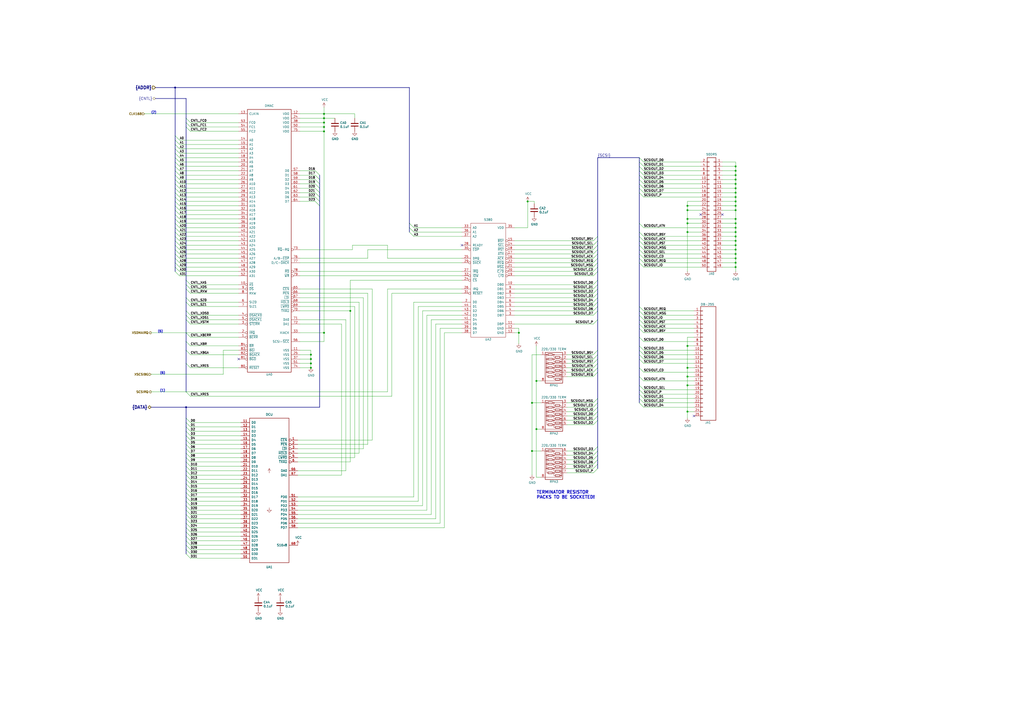
<source format=kicad_sch>
(kicad_sch (version 20231120) (generator "eeschema") (generator_version "8.0")
  (paper "A2")
  (lib_symbols
    (symbol "Atari-TT030:5380-Atari" (pin_names (offset 1.016))
      (property "Reference" "U" (at 0 -34.29 0))
      (property "Value" "5380-Atari" (at 0 35.56 0))
      (symbol "5380-Atari_1_1"
        (pin no_connect line (at 0 -5.08 180) (length 0) hide (name "NC") (number "1"))
        (pin bidirectional line (at 15.24 -1.27 180) (length 5.08) (name "DB0") (number "10"))
        (pin input line (at 15.24 -24.13 180) (length 5.08) (name "DBP") (number "11"))
        (pin power_in line (at 15.24 -26.67 180) (length 5.08) (name "GND") (number "12"))
        (pin power_in line (at 15.24 -29.21 180) (length 5.08) (name "GND") (number "13"))
        (pin bidirectional inverted (at 15.24 21.59 180) (length 5.08) (name "~{SEL}") (number "14"))
        (pin bidirectional inverted (at 15.24 24.13 180) (length 5.08) (name "~{BSY}") (number "15"))
        (pin bidirectional inverted (at 15.24 13.97 180) (length 5.08) (name "~{ACK}") (number "16"))
        (pin bidirectional inverted (at 15.24 16.51 180) (length 5.08) (name "~{ATH}") (number "17"))
        (pin bidirectional inverted (at 15.24 19.05 180) (length 5.08) (name "~{RST}") (number "18"))
        (pin bidirectional inverted (at 15.24 3.81 180) (length 5.08) (name "~{I/O}") (number "19"))
        (pin input line (at -15.24 -11.43 0) (length 5.08) (name "D0") (number "2"))
        (pin bidirectional inverted (at 15.24 6.35 180) (length 5.08) (name "~{C/D}") (number "20"))
        (pin bidirectional inverted (at 15.24 8.89 180) (length 5.08) (name "~{MSG}") (number "21"))
        (pin bidirectional inverted (at 15.24 11.43 180) (length 5.08) (name "~{REQ}") (number "22"))
        (pin no_connect line (at 0 -7.62 180) (length 0) hide (name "NC") (number "23"))
        (pin input inverted (at -15.24 1.27 0) (length 5.08) (name "~{CS}") (number "24"))
        (pin output line (at -15.24 13.97 0) (length 5.08) (name "DRQ") (number "25"))
        (pin input line (at -15.24 -3.81 0) (length 5.08) (name "IRQ") (number "26"))
        (pin output line (at -15.24 6.35 0) (length 5.08) (name "~{IRQ}") (number "27"))
        (pin bidirectional line (at -15.24 21.59 0) (length 5.08) (name "READY") (number "28"))
        (pin input inverted (at -15.24 11.43 0) (length 5.08) (name "~{DACK}") (number "29"))
        (pin bidirectional line (at 15.24 -19.05 180) (length 5.08) (name "DB7") (number "3"))
        (pin input inverted (at -15.24 19.05 0) (length 5.08) (name "~{EOP}") (number "30"))
        (pin input inverted (at -15.24 -6.35 0) (length 5.08) (name "~{RESET}") (number "31"))
        (pin input inverted (at -15.24 3.81 0) (length 5.08) (name "~{IOW}") (number "32"))
        (pin input line (at -15.24 31.75 0) (length 5.08) (name "A0") (number "33"))
        (pin no_connect line (at 0 -10.16 180) (length 0) hide (name "NC") (number "34"))
        (pin power_in line (at 15.24 31.75 180) (length 5.08) (name "VDD") (number "35"))
        (pin input line (at -15.24 29.21 0) (length 5.08) (name "A1") (number "36"))
        (pin input line (at -15.24 26.67 0) (length 5.08) (name "A2") (number "37"))
        (pin input line (at -15.24 -29.21 0) (length 5.08) (name "D7") (number "38"))
        (pin input line (at -15.24 -26.67 0) (length 5.08) (name "D6") (number "39"))
        (pin bidirectional line (at 15.24 -16.51 180) (length 5.08) (name "DB6") (number "4"))
        (pin input line (at -15.24 -24.13 0) (length 5.08) (name "D5") (number "40"))
        (pin input line (at -15.24 -21.59 0) (length 5.08) (name "D4") (number "41"))
        (pin input line (at -15.24 -19.05 0) (length 5.08) (name "D3") (number "42"))
        (pin input line (at -15.24 -16.51 0) (length 5.08) (name "D2") (number "43"))
        (pin input line (at -15.24 -13.97 0) (length 5.08) (name "D1") (number "44"))
        (pin bidirectional line (at 15.24 -13.97 180) (length 5.08) (name "DB5") (number "5"))
        (pin bidirectional line (at 15.24 -11.43 180) (length 5.08) (name "DB4") (number "6"))
        (pin bidirectional line (at 15.24 -8.89 180) (length 5.08) (name "DB3") (number "7"))
        (pin bidirectional line (at 15.24 -6.35 180) (length 5.08) (name "DB2") (number "8"))
        (pin bidirectional line (at 15.24 -3.81 180) (length 5.08) (name "DB1") (number "9"))
      )
    )
    (symbol "Atari-TT030:Conn_02x25_Odd_Even-Atari" (pin_names (offset 1.016) hide)
      (property "Reference" "J" (at 1.27 34.29 0))
      (property "Value" "Conn_02x25_Odd_Even-Atari" (at -7.62 -34.29 0))
      (symbol "Conn_02x25_Odd_Even-Atari_1_1"
        (pin passive line (at -5.08 30.48 0) (length 3.81) (name "Pin_1") (number "1"))
        (pin passive line (at 7.62 20.32 180) (length 3.81) (name "Pin_10") (number "10"))
        (pin passive line (at -5.08 17.78 0) (length 3.81) (name "Pin_11") (number "11"))
        (pin passive line (at 7.62 17.78 180) (length 3.81) (name "Pin_12") (number "12"))
        (pin passive line (at -5.08 15.24 0) (length 3.81) (name "Pin_13") (number "13"))
        (pin passive line (at 7.62 15.24 180) (length 3.81) (name "Pin_14") (number "14"))
        (pin passive line (at -5.08 12.7 0) (length 3.81) (name "Pin_15") (number "15"))
        (pin passive line (at 7.62 12.7 180) (length 3.81) (name "Pin_16") (number "16"))
        (pin passive line (at -5.08 10.16 0) (length 3.81) (name "Pin_17") (number "17"))
        (pin passive line (at 7.62 10.16 180) (length 3.81) (name "Pin_18") (number "18"))
        (pin passive line (at -5.08 7.62 0) (length 3.81) (name "Pin_19") (number "19"))
        (pin passive line (at 7.62 30.48 180) (length 3.81) (name "Pin_2") (number "2"))
        (pin passive line (at 7.62 7.62 180) (length 3.81) (name "Pin_20") (number "20"))
        (pin passive line (at -5.08 5.08 0) (length 3.81) (name "Pin_21") (number "21"))
        (pin passive line (at 7.62 5.08 180) (length 3.81) (name "Pin_22") (number "22"))
        (pin passive line (at -5.08 2.54 0) (length 3.81) (name "Pin_23") (number "23"))
        (pin passive line (at 7.62 2.54 180) (length 3.81) (name "Pin_24") (number "24"))
        (pin passive line (at -5.08 0 0) (length 3.81) (name "Pin_25") (number "25"))
        (pin passive line (at 7.62 0 180) (length 3.81) (name "Pin_26") (number "26"))
        (pin passive line (at -5.08 -2.54 0) (length 3.81) (name "Pin_27") (number "27"))
        (pin passive line (at 7.62 -2.54 180) (length 3.81) (name "Pin_28") (number "28"))
        (pin passive line (at -5.08 -5.08 0) (length 3.81) (name "Pin_29") (number "29"))
        (pin passive line (at -5.08 27.94 0) (length 3.81) (name "Pin_3") (number "3"))
        (pin passive line (at 7.62 -5.08 180) (length 3.81) (name "Pin_30") (number "30"))
        (pin passive line (at -5.08 -7.62 0) (length 3.81) (name "Pin_31") (number "31"))
        (pin passive line (at 7.62 -7.62 180) (length 3.81) (name "Pin_32") (number "32"))
        (pin passive line (at -5.08 -10.16 0) (length 3.81) (name "Pin_33") (number "33"))
        (pin passive line (at 7.62 -10.16 180) (length 3.81) (name "Pin_34") (number "34"))
        (pin passive line (at -5.08 -12.7 0) (length 3.81) (name "Pin_35") (number "35"))
        (pin passive line (at 7.62 -12.7 180) (length 3.81) (name "Pin_36") (number "36"))
        (pin passive line (at -5.08 -15.24 0) (length 3.81) (name "Pin_37") (number "37"))
        (pin passive line (at 7.62 -15.24 180) (length 3.81) (name "Pin_38") (number "38"))
        (pin passive line (at -5.08 -17.78 0) (length 3.81) (name "Pin_39") (number "39"))
        (pin passive line (at 7.62 27.94 180) (length 3.81) (name "Pin_4") (number "4"))
        (pin passive line (at 7.62 -17.78 180) (length 3.81) (name "Pin_40") (number "40"))
        (pin passive line (at -5.08 -20.32 0) (length 3.81) (name "Pin_41") (number "41"))
        (pin passive line (at 7.62 -20.32 180) (length 3.81) (name "Pin_42") (number "42"))
        (pin passive line (at -5.08 -22.86 0) (length 3.81) (name "Pin_43") (number "43"))
        (pin passive line (at 7.62 -22.86 180) (length 3.81) (name "Pin_44") (number "44"))
        (pin passive line (at -5.08 -25.4 0) (length 3.81) (name "Pin_45") (number "45"))
        (pin passive line (at 7.62 -25.4 180) (length 3.81) (name "Pin_46") (number "46"))
        (pin passive line (at -5.08 -27.94 0) (length 3.81) (name "Pin_47") (number "47"))
        (pin passive line (at 7.62 -27.94 180) (length 3.81) (name "Pin_48") (number "48"))
        (pin passive line (at -5.08 -30.48 0) (length 3.81) (name "Pin_49") (number "49"))
        (pin passive line (at -5.08 25.4 0) (length 3.81) (name "Pin_5") (number "5"))
        (pin passive line (at 7.62 -30.48 180) (length 3.81) (name "Pin_50") (number "50"))
        (pin passive line (at 7.62 25.4 180) (length 3.81) (name "Pin_6") (number "6"))
        (pin passive line (at -5.08 22.86 0) (length 3.81) (name "Pin_7") (number "7"))
        (pin passive line (at 7.62 22.86 180) (length 3.81) (name "Pin_8") (number "8"))
        (pin passive line (at -5.08 20.32 0) (length 3.81) (name "Pin_9") (number "9"))
      )
    )
    (symbol "Atari-TT030:DCU-Atari" (pin_names (offset 1.016))
      (property "Reference" "U" (at 0 -43.18 0))
      (property "Value" "DCU-Atari" (at 0 43.18 0))
      (symbol "DCU-Atari_1_0"
        (pin bidirectional inverted (at 16.51 29.21 180) (length 5.08) (name "~{CEN}") (number "1"))
        (pin power_in line (at 0 -10.16 270) (length 5.08) hide (name "GND") (number "10"))
        (pin bidirectional line (at -16.51 39.37 0) (length 5.08) (name "D0") (number "11"))
        (pin bidirectional line (at -16.51 36.83 0) (length 5.08) (name "D1") (number "12"))
        (pin bidirectional line (at -16.51 34.29 0) (length 5.08) (name "D2") (number "13"))
        (pin bidirectional line (at -16.51 31.75 0) (length 5.08) (name "D3") (number "14"))
        (pin bidirectional line (at -16.51 29.21 0) (length 5.08) (name "D4") (number "15"))
        (pin bidirectional line (at -16.51 26.67 0) (length 5.08) (name "D5") (number "16"))
        (pin bidirectional line (at -16.51 24.13 0) (length 5.08) (name "D6") (number "17"))
        (pin bidirectional line (at -16.51 21.59 0) (length 5.08) (name "D7") (number "18"))
        (pin bidirectional line (at -16.51 19.05 0) (length 5.08) (name "D8") (number "19"))
        (pin bidirectional inverted (at 16.51 26.67 180) (length 5.08) (name "~{PEN}") (number "2"))
        (pin bidirectional line (at -16.51 16.51 0) (length 5.08) (name "D9") (number "20"))
        (pin bidirectional line (at -16.51 13.97 0) (length 5.08) (name "D10") (number "21"))
        (pin bidirectional line (at -16.51 11.43 0) (length 5.08) (name "D11") (number "22"))
        (pin bidirectional line (at -16.51 8.89 0) (length 5.08) (name "D12") (number "23"))
        (pin bidirectional line (at -16.51 6.35 0) (length 5.08) (name "D13") (number "24"))
        (pin power_in line (at 0 -10.16 270) (length 5.08) hide (name "GND") (number "25"))
        (pin power_in line (at 0 10.16 90) (length 5.08) hide (name "VCC") (number "26"))
        (pin power_in line (at 0 10.16 90) (length 5.08) hide (name "VCC") (number "27"))
        (pin power_in line (at 0 -10.16 270) (length 5.08) hide (name "GND") (number "28"))
        (pin bidirectional line (at -16.51 3.81 0) (length 5.08) (name "D14") (number "29"))
        (pin bidirectional inverted (at 16.51 24.13 180) (length 5.08) (name "~{LDI}") (number "3"))
        (pin bidirectional line (at -16.51 1.27 0) (length 5.08) (name "D15") (number "30"))
        (pin bidirectional line (at -16.51 -1.27 0) (length 5.08) (name "D16") (number "31"))
        (pin bidirectional line (at -16.51 -3.81 0) (length 5.08) (name "D17") (number "32"))
        (pin bidirectional line (at -16.51 -6.35 0) (length 5.08) (name "D18") (number "33"))
        (pin bidirectional line (at -16.51 -8.89 0) (length 5.08) (name "D19") (number "34"))
        (pin bidirectional line (at -16.51 -11.43 0) (length 5.08) (name "D20") (number "35"))
        (pin bidirectional line (at -16.51 -13.97 0) (length 5.08) (name "D21") (number "36"))
        (pin bidirectional line (at -16.51 -16.51 0) (length 5.08) (name "D22") (number "37"))
        (pin bidirectional line (at -16.51 -19.05 0) (length 5.08) (name "D23") (number "38"))
        (pin bidirectional line (at -16.51 -21.59 0) (length 5.08) (name "D24") (number "39"))
        (pin bidirectional inverted (at 16.51 21.59 180) (length 5.08) (name "~{HOLD}") (number "4"))
        (pin bidirectional line (at -16.51 -24.13 0) (length 5.08) (name "D25") (number "40"))
        (pin bidirectional line (at -16.51 -26.67 0) (length 5.08) (name "D26") (number "41"))
        (pin power_in line (at 0 -10.16 270) (length 5.08) hide (name "GND") (number "42"))
        (pin power_in line (at 0 10.16 90) (length 5.08) hide (name "VCC") (number "43"))
        (pin power_in line (at 0 10.16 90) (length 5.08) hide (name "VCC") (number "44"))
        (pin power_in line (at 0 -10.16 270) (length 5.08) hide (name "GND") (number "45"))
        (pin bidirectional line (at -16.51 -29.21 0) (length 5.08) (name "D27") (number "46"))
        (pin bidirectional line (at -16.51 -31.75 0) (length 5.08) (name "D28") (number "47"))
        (pin bidirectional line (at -16.51 -34.29 0) (length 5.08) (name "D29") (number "48"))
        (pin bidirectional line (at -16.51 -36.83 0) (length 5.08) (name "D30") (number "49"))
        (pin bidirectional inverted (at 16.51 19.05 180) (length 5.08) (name "~{LWRD}") (number "5"))
        (pin bidirectional line (at -16.51 -39.37 0) (length 5.08) (name "D31") (number "50"))
        (pin bidirectional line (at 16.51 -3.81 180) (length 5.08) (name "PD0") (number "51"))
        (pin bidirectional line (at 16.51 -6.35 180) (length 5.08) (name "PD1") (number "52"))
        (pin bidirectional line (at 16.51 -8.89 180) (length 5.08) (name "PD2") (number "53"))
        (pin bidirectional line (at 16.51 -11.43 180) (length 5.08) (name "PD3") (number "54"))
        (pin bidirectional line (at 16.51 -13.97 180) (length 5.08) (name "PD4") (number "55"))
        (pin bidirectional line (at 16.51 -16.51 180) (length 5.08) (name "PD5") (number "56"))
        (pin bidirectional line (at 16.51 -19.05 180) (length 5.08) (name "PD6") (number "57"))
        (pin bidirectional line (at 16.51 -21.59 180) (length 5.08) (name "PD7") (number "58"))
        (pin power_in line (at 0 -10.16 270) (length 5.08) hide (name "GND") (number "59"))
        (pin bidirectional inverted (at 16.51 16.51 180) (length 5.08) (name "~{THAU}") (number "6"))
        (pin power_in line (at 0 10.16 90) (length 5.08) hide (name "VCC") (number "60"))
        (pin power_in line (at 0 10.16 90) (length 5.08) hide (name "VCC") (number "61"))
        (pin power_in line (at 0 -10.16 270) (length 5.08) hide (name "GND") (number "62"))
        (pin bidirectional line (at 16.51 11.43 180) (length 5.08) (name "DA0") (number "66"))
        (pin bidirectional line (at 16.51 8.89 180) (length 5.08) (name "DA1") (number "67"))
        (pin bidirectional line (at 16.51 -31.75 180) (length 5.08) (name "S16x8~{}") (number "68"))
        (pin power_in line (at 0 -10.16 270) (length 5.08) hide (name "GND") (number "7"))
        (pin power_in line (at 0 10.16 90) (length 5.08) hide (name "VCC") (number "8"))
        (pin power_in line (at 0 10.16 90) (length 5.08) hide (name "VCC") (number "9"))
      )
    )
    (symbol "Atari-TT030:DMAC-Atari" (pin_names (offset 1.016))
      (property "Reference" "U" (at 0 -77.47 0))
      (property "Value" "DMAC-Atari" (at 0 77.47 0))
      (symbol "DMAC-Atari_1_0"
        (pin input inverted (at -17.78 -55.88 0) (length 5.08) (name "~{BERR}") (number "1"))
        (pin input inverted (at -17.78 -25.4 0) (length 5.08) (name "~{AS}") (number "10"))
        (pin power_in line (at 17.78 -63.5 180) (length 5.08) (name "VSS") (number "11"))
        (pin power_in line (at 17.78 73.66 180) (length 5.08) (name "VDO") (number "12"))
        (pin input line (at -17.78 73.66 0) (length 5.08) (name "CLKIN") (number "13"))
        (pin input line (at -17.78 58.42 0) (length 5.08) (name "A0") (number "14"))
        (pin input line (at -17.78 55.88 0) (length 5.08) (name "A1") (number "15"))
        (pin input line (at -17.78 53.34 0) (length 5.08) (name "A2") (number "16"))
        (pin input line (at -17.78 50.8 0) (length 5.08) (name "A3") (number "17"))
        (pin input line (at -17.78 48.26 0) (length 5.08) (name "A4") (number "18"))
        (pin input line (at -17.78 45.72 0) (length 5.08) (name "A5") (number "19"))
        (pin input inverted (at -17.78 -53.34 0) (length 5.08) (name "~{IRQ}") (number "2"))
        (pin input line (at -17.78 43.18 0) (length 5.08) (name "A6") (number "20"))
        (pin input line (at -17.78 40.64 0) (length 5.08) (name "A7") (number "21"))
        (pin input line (at -17.78 38.1 0) (length 5.08) (name "A8") (number "22"))
        (pin input line (at -17.78 35.56 0) (length 5.08) (name "A9") (number "23"))
        (pin power_in line (at 17.78 71.12 180) (length 5.08) (name "VDO") (number "24"))
        (pin power_in line (at 17.78 -66.04 180) (length 5.08) (name "VSS") (number "25"))
        (pin input line (at -17.78 33.02 0) (length 5.08) (name "A10") (number "26"))
        (pin input line (at -17.78 30.48 0) (length 5.08) (name "A11") (number "27"))
        (pin input line (at -17.78 27.94 0) (length 5.08) (name "A12") (number "28"))
        (pin input line (at -17.78 25.4 0) (length 5.08) (name "A13") (number "29"))
        (pin input inverted (at -17.78 -48.26 0) (length 5.08) (name "~{STERM}") (number "3"))
        (pin input line (at -17.78 22.86 0) (length 5.08) (name "A14") (number "30"))
        (pin input line (at -17.78 20.32 0) (length 5.08) (name "A15") (number "31"))
        (pin input line (at -17.78 17.78 0) (length 5.08) (name "A16") (number "32"))
        (pin input line (at 17.78 -53.34 180) (length 5.08) (name "XIACK") (number "33"))
        (pin input line (at -17.78 15.24 0) (length 5.08) (name "A17") (number "34"))
        (pin input line (at -17.78 12.7 0) (length 5.08) (name "A18") (number "35"))
        (pin input line (at -17.78 10.16 0) (length 5.08) (name "A19") (number "36"))
        (pin power_in line (at 17.78 -68.58 180) (length 5.08) (name "VSS") (number "37"))
        (pin power_in line (at 17.78 68.58 180) (length 5.08) (name "VDO") (number "38"))
        (pin input line (at -17.78 7.62 0) (length 5.08) (name "A20") (number "39"))
        (pin input inverted (at -17.78 -43.18 0) (length 5.08) (name "~{DSACK0}") (number "4"))
        (pin input line (at -17.78 5.08 0) (length 5.08) (name "A21") (number "40"))
        (pin input line (at -17.78 2.54 0) (length 5.08) (name "A22") (number "41"))
        (pin input line (at -17.78 0 0) (length 5.08) (name "A23") (number "42"))
        (pin input line (at -17.78 -2.54 0) (length 5.08) (name "A24") (number "43"))
        (pin input line (at -17.78 -5.08 0) (length 5.08) (name "A25") (number "44"))
        (pin input line (at -17.78 -7.62 0) (length 5.08) (name "A26") (number "45"))
        (pin input line (at -17.78 -10.16 0) (length 5.08) (name "A27") (number "46"))
        (pin input line (at -17.78 -12.7 0) (length 5.08) (name "A28") (number "47"))
        (pin input line (at -17.78 -15.24 0) (length 5.08) (name "A29") (number "48"))
        (pin input line (at -17.78 -17.78 0) (length 5.08) (name "A30") (number "49"))
        (pin output inverted (at -17.78 -45.72 0) (length 5.08) (name "~{DSACK1}") (number "5"))
        (pin power_in line (at 17.78 66.04 180) (length 5.08) (name "VDO") (number "50"))
        (pin power_in line (at 17.78 -71.12 180) (length 5.08) (name "VSS") (number "51"))
        (pin input line (at -17.78 -20.32 0) (length 5.08) (name "A31") (number "52"))
        (pin input line (at -17.78 68.58 0) (length 5.08) (name "FC0") (number "53"))
        (pin input line (at -17.78 66.04 0) (length 5.08) (name "FC1") (number "54"))
        (pin input line (at -17.78 63.5 0) (length 5.08) (name "FC2") (number "55"))
        (pin input line (at 17.78 -58.42 180) (length 5.08) (name "SCSI-~{SCC}") (number "56"))
        (pin bidirectional line (at 17.78 40.64 180) (length 5.08) (name "D0") (number "57"))
        (pin bidirectional line (at 17.78 38.1 180) (length 5.08) (name "D1") (number "58"))
        (pin bidirectional line (at 17.78 35.56 180) (length 5.08) (name "D2") (number "59"))
        (pin input line (at -17.78 -35.56 0) (length 5.08) (name "SIZ0") (number "6"))
        (pin bidirectional line (at 17.78 33.02 180) (length 5.08) (name "D3") (number "60"))
        (pin bidirectional line (at 17.78 30.48 180) (length 5.08) (name "D4") (number "61"))
        (pin bidirectional line (at 17.78 27.94 180) (length 5.08) (name "D5") (number "62"))
        (pin bidirectional line (at 17.78 25.4 180) (length 5.08) (name "D6") (number "63"))
        (pin bidirectional line (at 17.78 22.86 180) (length 5.08) (name "D7") (number "64"))
        (pin input inverted (at 17.78 -27.94 180) (length 5.08) (name "~{CEN}") (number "65"))
        (pin input inverted (at 17.78 -30.48 180) (length 5.08) (name "~{PEN}") (number "66"))
        (pin input inverted (at 17.78 -33.02 180) (length 5.08) (name "~{LDI}") (number "67"))
        (pin input inverted (at 17.78 -35.56 180) (length 5.08) (name "~{HOLD}") (number "68"))
        (pin input inverted (at 17.78 -38.1 180) (length 5.08) (name "~{LWRD}") (number "69"))
        (pin input line (at -17.78 -38.1 0) (length 5.08) (name "SIZ1") (number "7"))
        (pin input inverted (at 17.78 -40.64 180) (length 5.08) (name "~{THAU}") (number "70"))
        (pin input line (at 17.78 -45.72 180) (length 5.08) (name "DA0") (number "71"))
        (pin input line (at 17.78 -48.26 180) (length 5.08) (name "DA1") (number "72"))
        (pin input inverted (at 17.78 -5.08 180) (length 5.08) (name "~{RQ}-RQ") (number "73"))
        (pin power_in line (at 17.78 -73.66 180) (length 5.08) (name "VSS") (number "74"))
        (pin power_in line (at 17.78 63.5 180) (length 5.08) (name "VDO") (number "75"))
        (pin output line (at 17.78 -10.16 180) (length 5.08) (name "A/B-~{EOP}") (number "76"))
        (pin output line (at 17.78 -12.7 180) (length 5.08) (name "D/C-~{DACK}") (number "77"))
        (pin output inverted (at 17.78 -17.78 180) (length 5.08) (name "~{RD}") (number "78"))
        (pin output inverted (at 17.78 -20.32 180) (length 5.08) (name "~{WR}") (number "79"))
        (pin input line (at -17.78 -30.48 0) (length 5.08) (name "RXW") (number "8"))
        (pin input inverted (at -17.78 -73.66 0) (length 5.08) (name "~{RESET}") (number "80"))
        (pin input inverted (at -17.78 -68.58 0) (length 5.08) (name "~{BGO}") (number "81"))
        (pin input inverted (at -17.78 -66.04 0) (length 5.08) (name "~{BGACK}") (number "82"))
        (pin input inverted (at -17.78 -63.5 0) (length 5.08) (name "~{BGI}") (number "83"))
        (pin input inverted (at -17.78 -60.96 0) (length 5.08) (name "~{BR}") (number "84"))
        (pin input inverted (at -17.78 -27.94 0) (length 5.08) (name "~{DS}") (number "9"))
      )
    )
    (symbol "Atari-TT030:J303-Atari" (pin_names (offset 1.016) hide)
      (property "Reference" "J" (at 2.54 34.29 0))
      (property "Value" "J303-Atari" (at 2.54 -34.29 0))
      (symbol "J303-Atari_1_1"
        (pin passive line (at -5.08 30.48 0) (length 3.81) (name "Pin_1") (number "1"))
        (pin passive line (at -5.08 7.62 0) (length 3.81) (name "Pin_10") (number "10"))
        (pin passive line (at -5.08 5.08 0) (length 3.81) (name "Pin_11") (number "11"))
        (pin passive line (at -5.08 2.54 0) (length 3.81) (name "Pin_12") (number "12"))
        (pin passive line (at -5.08 0 0) (length 3.81) (name "Pin_13") (number "13"))
        (pin passive line (at -5.08 -2.54 0) (length 3.81) (name "Pin_14") (number "14"))
        (pin passive line (at -5.08 -5.08 0) (length 3.81) (name "Pin_15") (number "15"))
        (pin passive line (at -5.08 -7.62 0) (length 3.81) (name "Pin_16") (number "16"))
        (pin passive line (at -5.08 -10.16 0) (length 3.81) (name "Pin_17") (number "17"))
        (pin passive line (at -5.08 -12.7 0) (length 3.81) (name "Pin_18") (number "18"))
        (pin passive line (at -5.08 -15.24 0) (length 3.81) (name "Pin_19") (number "19"))
        (pin passive line (at -5.08 27.94 0) (length 3.81) (name "Pin_2") (number "2"))
        (pin passive line (at -5.08 -17.78 0) (length 3.81) (name "Pin_20") (number "20"))
        (pin passive line (at -5.08 -20.32 0) (length 3.81) (name "Pin_21") (number "21"))
        (pin passive line (at -5.08 -22.86 0) (length 3.81) (name "Pin_22") (number "22"))
        (pin passive line (at -5.08 -25.4 0) (length 3.81) (name "Pin_23") (number "23"))
        (pin passive line (at -5.08 -27.94 0) (length 3.81) (name "Pin_24") (number "24"))
        (pin passive line (at -5.08 -30.48 0) (length 3.81) (name "Pin_25") (number "25"))
        (pin passive line (at -5.08 25.4 0) (length 3.81) (name "Pin_3") (number "3"))
        (pin passive line (at -5.08 22.86 0) (length 3.81) (name "Pin_4") (number "4"))
        (pin passive line (at -5.08 20.32 0) (length 3.81) (name "Pin_5") (number "5"))
        (pin passive line (at -5.08 17.78 0) (length 3.81) (name "Pin_6") (number "6"))
        (pin passive line (at -5.08 15.24 0) (length 3.81) (name "Pin_7") (number "7"))
        (pin passive line (at -5.08 12.7 0) (length 3.81) (name "Pin_8") (number "8"))
        (pin passive line (at -5.08 10.16 0) (length 3.81) (name "Pin_9") (number "9"))
      )
    )
    (symbol "Atari-TT030:RPA01-Atari" (pin_names (offset 0) hide)
      (property "Reference" "RPA" (at 0 10.16 0))
      (property "Value" "RPA01-Atari" (at 0 -10.16 0))
      (symbol "RPA01-Atari_1_1"
        (pin passive line (at -7.62 7.62 0) (length 2.54) (name "COM1") (number "1"))
        (pin passive line (at 7.62 5.08 180) (length 2.54) (name "R1") (number "2"))
        (pin passive line (at 7.62 7.62 180) (length 2.54) (name "R2") (number "3"))
        (pin passive line (at 7.62 -2.54 180) (length 2.54) (name "R3") (number "4"))
        (pin passive line (at 7.62 0 180) (length 2.54) (name "R4") (number "5"))
        (pin passive line (at 7.62 2.54 180) (length 2.54) (name "R5") (number "6"))
        (pin passive line (at 7.62 -5.08 180) (length 2.54) (name "R6") (number "7"))
        (pin passive line (at -7.62 -7.62 0) (length 2.54) (name "COM2") (number "8"))
      )
    )
    (symbol "Atari-TT030:RPA02-Atari" (pin_names (offset 0) hide)
      (property "Reference" "RPA" (at 0 10.16 0))
      (property "Value" "RPA02-Atari" (at 0 -10.16 0))
      (symbol "RPA02-Atari_1_1"
        (pin passive line (at -7.62 7.62 0) (length 2.54) (name "COM1") (number "1"))
        (pin passive line (at 7.62 5.08 180) (length 2.54) (name "R1") (number "2"))
        (pin passive line (at 7.62 7.62 180) (length 2.54) (name "R2") (number "3"))
        (pin passive line (at 7.62 2.54 180) (length 2.54) (name "R3") (number "4"))
        (pin passive line (at 7.62 -5.08 180) (length 2.54) (name "R4") (number "5"))
        (pin passive line (at 7.62 -2.54 180) (length 2.54) (name "R5") (number "6"))
        (pin passive line (at 7.62 0 180) (length 2.54) (name "R6") (number "7"))
        (pin passive line (at -7.62 -7.62 0) (length 2.54) (name "COM2") (number "8"))
      )
    )
    (symbol "Atari-TT030:RPA03-Atari" (pin_names (offset 0) hide)
      (property "Reference" "RPA" (at 0 10.16 0))
      (property "Value" "RPA03-Atari" (at 0 -10.16 0))
      (symbol "RPA03-Atari_1_1"
        (pin passive line (at -7.62 7.62 0) (length 2.54) (name "COM1") (number "1"))
        (pin passive line (at 7.62 -2.54 180) (length 2.54) (name "R1") (number "2"))
        (pin passive line (at 7.62 0 180) (length 2.54) (name "R2") (number "3"))
        (pin passive line (at 7.62 2.54 180) (length 2.54) (name "R3") (number "4"))
        (pin passive line (at 7.62 5.08 180) (length 2.54) (name "R4") (number "5"))
        (pin passive line (at 7.62 7.62 180) (length 2.54) (name "R5") (number "6"))
        (pin passive line (at 7.62 -5.08 180) (length 2.54) (name "R6") (number "7"))
        (pin passive line (at -7.62 -7.62 0) (length 2.54) (name "COM2") (number "8"))
      )
    )
    (symbol "Device:C" (pin_numbers hide) (pin_names (offset 0.254))
      (property "Reference" "C" (at 0.635 2.54 0))
      (property "Value" "C" (at 0.635 -2.54 0))
      (symbol "C_1_1"
        (pin passive line (at 0 3.81 270) (length 2.794) (name "~") (number "1"))
        (pin passive line (at 0 -3.81 90) (length 2.794) (name "~") (number "2"))
      )
    )
    (symbol "power:GND" (power) (pin_numbers hide) (pin_names (offset 0) hide)
      (property "Value" "GND" (at 0 -3.81 0))
      (symbol "GND_1_1"
        (pin power_in line (at 0 0 270) (length 0) (name "~") (number "1"))
      )
    )
    (symbol "power:VCC" (power) (pin_numbers hide) (pin_names (offset 0) hide)
      (property "Value" "VCC" (at 0 3.556 0))
      (symbol "VCC_1_1"
        (pin power_in line (at 0 0 90) (length 0) (name "~") (number "1"))
      )
    )
  )
  (bus_alias "SCSI" (members "SCSIOUT_D[0..7]" "SCSIOUT_P" "SCSIOUT_ATN" "SCSIOUT_BSY" "SCSIOUT_ACK" "SCSIOUT_RST" "SCSIOUT_MSG" "SCSIOUT_SEL" "SCSIOUT_CD" "SCSIOUT_REQ" "SCSIOUT_IO"))
  (junction (at 187.96 66.04))
  (junction (at 398.78 200.66))
  (junction (at 308.61 233.68))
  (junction (at 426.72 109.22))
  (junction (at 187.96 68.58))
  (junction (at 187.96 73.66))
  (junction (at 426.72 142.24))
  (junction (at 426.72 137.16))
  (junction (at 426.72 99.06))
  (junction (at 398.78 238.76))
  (junction (at 187.96 71.12))
  (junction (at 398.78 129.54))
  (junction (at 426.72 96.52))
  (junction (at 426.72 111.76))
  (junction (at 306.07 116.84))
  (junction (at 187.96 193.04))
  (junction (at 180.34 205.74))
  (junction (at 398.78 223.52))
  (junction (at 426.72 119.38))
  (junction (at 180.34 208.28))
  (junction (at 426.72 147.32))
  (junction (at 426.72 101.6))
  (junction (at 203.2 180.34))
  (junction (at 426.72 104.14))
  (junction (at 398.78 121.92))
  (junction (at 426.72 132.08))
  (junction (at 311.15 220.98))
  (junction (at 426.72 134.62))
  (junction (at 180.34 213.36))
  (junction (at 426.72 144.78))
  (junction (at 398.78 218.44))
  (junction (at 398.78 213.36))
  (junction (at 426.72 116.84))
  (junction (at 308.61 261.62))
  (junction (at 426.72 139.7))
  (junction (at 426.72 152.4))
  (junction (at 398.78 134.62))
  (junction (at 426.72 106.68))
  (junction (at 107.95 236.22))
  (junction (at 398.78 119.38))
  (junction (at 426.72 114.3))
  (junction (at 311.15 248.92))
  (junction (at 180.34 210.82))
  (junction (at 426.72 121.92))
  (junction (at 426.72 154.94))
  (junction (at 300.99 193.04))
  (junction (at 426.72 127))
  (junction (at 187.96 76.2))
  (junction (at 426.72 149.86))
  (junction (at 398.78 127))
  (junction (at 426.72 129.54))
  (junction (at 101.6 50.8))
  (no_connect (at 138.43 208.28))
  (no_connect (at 267.97 142.24))
  (no_connect (at 419.1 124.46))
  (no_connect (at 402.59 241.3))
  (no_connect (at 406.4 124.46))
  (bus_entry (at 101.6 114.3) (size 2.54 2.54))
  (bus_entry (at 344.17 218.44) (size 2.54 -2.54))
  (bus_entry (at 101.6 134.62) (size 2.54 2.54))
  (bus_entry (at 101.6 111.76) (size 2.54 2.54))
  (bus_entry (at 107.95 295.91) (size 2.54 2.54))
  (bus_entry (at 101.6 93.98) (size 2.54 2.54))
  (bus_entry (at 101.6 139.7) (size 2.54 2.54))
  (bus_entry (at 344.17 238.76) (size 2.54 -2.54))
  (bus_entry (at 101.6 96.52) (size 2.54 2.54))
  (bus_entry (at 101.6 129.54) (size 2.54 2.54))
  (bus_entry (at 370.84 91.44) (size 2.54 2.54))
  (bus_entry (at 370.84 111.76) (size 2.54 2.54))
  (bus_entry (at 344.17 154.94) (size 2.54 -2.54))
  (bus_entry (at 107.95 167.64) (size 2.54 2.54))
  (bus_entry (at 107.95 303.53) (size 2.54 2.54))
  (bus_entry (at 344.17 210.82) (size 2.54 -2.54))
  (bus_entry (at 344.17 269.24) (size 2.54 -2.54))
  (bus_entry (at 101.6 144.78) (size 2.54 2.54))
  (bus_entry (at 370.84 223.52) (size 2.54 2.54))
  (bus_entry (at 344.17 274.32) (size 2.54 -2.54))
  (bus_entry (at 344.17 147.32) (size 2.54 -2.54))
  (bus_entry (at 344.17 261.62) (size 2.54 -2.54))
  (bus_entry (at 107.95 73.66) (size 2.54 2.54))
  (bus_entry (at 107.95 255.27) (size 2.54 2.54))
  (bus_entry (at 182.88 114.3) (size 2.54 2.54))
  (bus_entry (at 370.84 104.14) (size 2.54 2.54))
  (bus_entry (at 101.6 91.44) (size 2.54 2.54))
  (bus_entry (at 370.84 96.52) (size 2.54 2.54))
  (bus_entry (at 107.95 275.59) (size 2.54 2.54))
  (bus_entry (at 344.17 233.68) (size 2.54 -2.54))
  (bus_entry (at 370.84 177.8) (size 2.54 2.54))
  (bus_entry (at 101.6 152.4) (size 2.54 2.54))
  (bus_entry (at 370.84 134.62) (size 2.54 2.54))
  (bus_entry (at 107.95 288.29) (size 2.54 2.54))
  (bus_entry (at 370.84 106.68) (size 2.54 2.54))
  (bus_entry (at 107.95 210.82) (size 2.54 2.54))
  (bus_entry (at 107.95 265.43) (size 2.54 2.54))
  (bus_entry (at 101.6 132.08) (size 2.54 2.54))
  (bus_entry (at 370.84 137.16) (size 2.54 2.54))
  (bus_entry (at 370.84 109.22) (size 2.54 2.54))
  (bus_entry (at 344.17 236.22) (size 2.54 -2.54))
  (bus_entry (at 101.6 127) (size 2.54 2.54))
  (bus_entry (at 107.95 227.33) (size 2.54 2.54))
  (bus_entry (at 370.84 149.86) (size 2.54 2.54))
  (bus_entry (at 370.84 101.6) (size 2.54 2.54))
  (bus_entry (at 370.84 152.4) (size 2.54 2.54))
  (bus_entry (at 107.95 68.58) (size 2.54 2.54))
  (bus_entry (at 182.88 111.76) (size 2.54 2.54))
  (bus_entry (at 107.95 71.12) (size 2.54 2.54))
  (bus_entry (at 182.88 106.68) (size 2.54 2.54))
  (bus_entry (at 370.84 195.58) (size 2.54 2.54))
  (bus_entry (at 237.49 129.54) (size 2.54 2.54))
  (bus_entry (at 344.17 152.4) (size 2.54 -2.54))
  (bus_entry (at 370.84 129.54) (size 2.54 2.54))
  (bus_entry (at 370.84 218.44) (size 2.54 2.54))
  (bus_entry (at 107.95 273.05) (size 2.54 2.54))
  (bus_entry (at 107.95 242.57) (size 2.54 2.54))
  (bus_entry (at 370.84 205.74) (size 2.54 2.54))
  (bus_entry (at 370.84 190.5) (size 2.54 2.54))
  (bus_entry (at 107.95 316.23) (size 2.54 2.54))
  (bus_entry (at 370.84 142.24) (size 2.54 2.54))
  (bus_entry (at 101.6 86.36) (size 2.54 2.54))
  (bus_entry (at 344.17 180.34) (size 2.54 -2.54))
  (bus_entry (at 107.95 172.72) (size 2.54 2.54))
  (bus_entry (at 237.49 134.62) (size 2.54 2.54))
  (bus_entry (at 107.95 311.15) (size 2.54 2.54))
  (bus_entry (at 107.95 193.04) (size 2.54 2.54))
  (bus_entry (at 370.84 139.7) (size 2.54 2.54))
  (bus_entry (at 344.17 208.28) (size 2.54 -2.54))
  (bus_entry (at 107.95 285.75) (size 2.54 2.54))
  (bus_entry (at 344.17 149.86) (size 2.54 -2.54))
  (bus_entry (at 101.6 106.68) (size 2.54 2.54))
  (bus_entry (at 107.95 182.88) (size 2.54 2.54))
  (bus_entry (at 370.84 226.06) (size 2.54 2.54))
  (bus_entry (at 237.49 132.08) (size 2.54 2.54))
  (bus_entry (at 107.95 298.45) (size 2.54 2.54))
  (bus_entry (at 107.95 257.81) (size 2.54 2.54))
  (bus_entry (at 107.95 252.73) (size 2.54 2.54))
  (bus_entry (at 101.6 101.6) (size 2.54 2.54))
  (bus_entry (at 107.95 290.83) (size 2.54 2.54))
  (bus_entry (at 101.6 147.32) (size 2.54 2.54))
  (bus_entry (at 107.95 313.69) (size 2.54 2.54))
  (bus_entry (at 107.95 318.77) (size 2.54 2.54))
  (bus_entry (at 344.17 165.1) (size 2.54 -2.54))
  (bus_entry (at 101.6 137.16) (size 2.54 2.54))
  (bus_entry (at 370.84 99.06) (size 2.54 2.54))
  (bus_entry (at 182.88 104.14) (size 2.54 2.54))
  (bus_entry (at 370.84 203.2) (size 2.54 2.54))
  (bus_entry (at 101.6 124.46) (size 2.54 2.54))
  (bus_entry (at 344.17 271.78) (size 2.54 -2.54))
  (bus_entry (at 370.84 185.42) (size 2.54 2.54))
  (bus_entry (at 370.84 147.32) (size 2.54 2.54))
  (bus_entry (at 370.84 208.28) (size 2.54 2.54))
  (bus_entry (at 107.95 245.11) (size 2.54 2.54))
  (bus_entry (at 101.6 109.22) (size 2.54 2.54))
  (bus_entry (at 370.84 228.6) (size 2.54 2.54))
  (bus_entry (at 370.84 180.34) (size 2.54 2.54))
  (bus_entry (at 107.95 260.35) (size 2.54 2.54))
  (bus_entry (at 107.95 250.19) (size 2.54 2.54))
  (bus_entry (at 107.95 293.37) (size 2.54 2.54))
  (bus_entry (at 344.17 215.9) (size 2.54 -2.54))
  (bus_entry (at 344.17 241.3) (size 2.54 -2.54))
  (bus_entry (at 101.6 81.28) (size 2.54 2.54))
  (bus_entry (at 101.6 116.84) (size 2.54 2.54))
  (bus_entry (at 370.84 182.88) (size 2.54 2.54))
  (bus_entry (at 344.17 170.18) (size 2.54 -2.54))
  (bus_entry (at 344.17 172.72) (size 2.54 -2.54))
  (bus_entry (at 344.17 266.7) (size 2.54 -2.54))
  (bus_entry (at 344.17 177.8) (size 2.54 -2.54))
  (bus_entry (at 182.88 99.06) (size 2.54 2.54))
  (bus_entry (at 101.6 99.06) (size 2.54 2.54))
  (bus_entry (at 370.84 213.36) (size 2.54 2.54))
  (bus_entry (at 107.95 300.99) (size 2.54 2.54))
  (bus_entry (at 107.95 283.21) (size 2.54 2.54))
  (bus_entry (at 101.6 78.74) (size 2.54 2.54))
  (bus_entry (at 344.17 160.02) (size 2.54 -2.54))
  (bus_entry (at 344.17 139.7) (size 2.54 -2.54))
  (bus_entry (at 107.95 198.12) (size 2.54 2.54))
  (bus_entry (at 107.95 308.61) (size 2.54 2.54))
  (bus_entry (at 107.95 180.34) (size 2.54 2.54))
  (bus_entry (at 101.6 119.38) (size 2.54 2.54))
  (bus_entry (at 370.84 231.14) (size 2.54 2.54))
  (bus_entry (at 101.6 88.9) (size 2.54 2.54))
  (bus_entry (at 344.17 175.26) (size 2.54 -2.54))
  (bus_entry (at 344.17 213.36) (size 2.54 -2.54))
  (bus_entry (at 107.95 262.89) (size 2.54 2.54))
  (bus_entry (at 344.17 157.48) (size 2.54 -2.54))
  (bus_entry (at 107.95 162.56) (size 2.54 2.54))
  (bus_entry (at 101.6 121.92) (size 2.54 2.54))
  (bus_entry (at 101.6 157.48) (size 2.54 2.54))
  (bus_entry (at 107.95 247.65) (size 2.54 2.54))
  (bus_entry (at 182.88 116.84) (size 2.54 2.54))
  (bus_entry (at 182.88 101.6) (size 2.54 2.54))
  (bus_entry (at 182.88 109.22) (size 2.54 2.54))
  (bus_entry (at 107.95 306.07) (size 2.54 2.54))
  (bus_entry (at 370.84 233.68) (size 2.54 2.54))
  (bus_entry (at 107.95 267.97) (size 2.54 2.54))
  (bus_entry (at 344.17 144.78) (size 2.54 -2.54))
  (bus_entry (at 101.6 104.14) (size 2.54 2.54))
  (bus_entry (at 107.95 278.13) (size 2.54 2.54))
  (bus_entry (at 344.17 243.84) (size 2.54 -2.54))
  (bus_entry (at 107.95 270.51) (size 2.54 2.54))
  (bus_entry (at 344.17 205.74) (size 2.54 -2.54))
  (bus_entry (at 344.17 187.96) (size 2.54 -2.54))
  (bus_entry (at 101.6 83.82) (size 2.54 2.54))
  (bus_entry (at 101.6 142.24) (size 2.54 2.54))
  (bus_entry (at 370.84 187.96) (size 2.54 2.54))
  (bus_entry (at 370.84 200.66) (size 2.54 2.54))
  (bus_entry (at 107.95 185.42) (size 2.54 2.54))
  (bus_entry (at 107.95 203.2) (size 2.54 2.54))
  (bus_entry (at 370.84 93.98) (size 2.54 2.54))
  (bus_entry (at 344.17 246.38) (size 2.54 -2.54))
  (bus_entry (at 344.17 142.24) (size 2.54 -2.54))
  (bus_entry (at 370.84 144.78) (size 2.54 2.54))
  (bus_entry (at 107.95 280.67) (size 2.54 2.54))
  (bus_entry (at 344.17 264.16) (size 2.54 -2.54))
  (bus_entry (at 107.95 165.1) (size 2.54 2.54))
  (bus_entry (at 101.6 154.94) (size 2.54 2.54))
  (bus_entry (at 344.17 182.88) (size 2.54 -2.54))
  (bus_entry (at 107.95 321.31) (size 2.54 2.54))
  (bus_entry (at 344.17 167.64) (size 2.54 -2.54))
  (bus_entry (at 107.95 175.26) (size 2.54 2.54))
  (bus_entry (at 101.6 149.86) (size 2.54 2.54))
  (wire (pts (xy 398.78 129.54) (xy 406.4 129.54)))
  (wire (pts (xy 173.99 167.64) (xy 215.9 167.64)))
  (wire (pts (xy 173.99 152.4) (xy 267.97 152.4)))
  (bus (pts (xy 101.6 111.76) (xy 101.6 114.3)))
  (wire (pts (xy 187.96 71.12) (xy 187.96 68.58)))
  (bus (pts (xy 101.6 149.86) (xy 101.6 152.4)))
  (wire (pts (xy 309.88 116.84) (xy 306.07 116.84)))
  (wire (pts (xy 173.99 180.34) (xy 203.2 180.34)))
  (bus (pts (xy 107.95 295.91) (xy 107.95 298.45)))
  (wire (pts (xy 173.99 68.58) (xy 187.96 68.58)))
  (bus (pts (xy 101.6 119.38) (xy 101.6 121.92)))
  (wire (pts (xy 426.72 121.92) (xy 426.72 119.38)))
  (wire (pts (xy 110.49 323.85) (xy 139.7 323.85)))
  (wire (pts (xy 398.78 223.52) (xy 398.78 218.44)))
  (wire (pts (xy 419.1 144.78) (xy 426.72 144.78)))
  (wire (pts (xy 419.1 154.94) (xy 426.72 154.94)))
  (bus (pts (xy 370.84 208.28) (xy 370.84 213.36)))
  (bus (pts (xy 370.84 147.32) (xy 370.84 149.86)))
  (wire (pts (xy 172.72 275.59) (xy 198.12 275.59)))
  (bus (pts (xy 107.95 311.15) (xy 107.95 313.69)))
  (bus (pts (xy 346.71 243.84) (xy 346.71 259.08)))
  (bus (pts (xy 107.95 165.1) (xy 107.95 167.64)))
  (wire (pts (xy 373.38 111.76) (xy 406.4 111.76)))
  (bus (pts (xy 370.84 200.66) (xy 370.84 203.2)))
  (bus (pts (xy 370.84 152.4) (xy 370.84 177.8)))
  (bus (pts (xy 107.95 270.51) (xy 107.95 273.05)))
  (bus (pts (xy 346.71 236.22) (xy 346.71 238.76)))
  (wire (pts (xy 110.49 187.96) (xy 138.43 187.96)))
  (wire (pts (xy 300.99 193.04) (xy 300.99 190.5)))
  (bus (pts (xy 101.6 50.8) (xy 101.6 78.74)))
  (wire (pts (xy 398.78 127) (xy 398.78 129.54)))
  (wire (pts (xy 129.54 203.2) (xy 138.43 203.2)))
  (wire (pts (xy 398.78 121.92) (xy 398.78 127)))
  (wire (pts (xy 255.27 303.53) (xy 255.27 190.5)))
  (wire (pts (xy 180.34 205.74) (xy 180.34 208.28)))
  (wire (pts (xy 373.38 132.08) (xy 406.4 132.08)))
  (wire (pts (xy 240.03 132.08) (xy 267.97 132.08)))
  (bus (pts (xy 346.71 264.16) (xy 346.71 266.7)))
  (wire (pts (xy 110.49 170.18) (xy 138.43 170.18)))
  (wire (pts (xy 87.63 227.33) (xy 107.95 227.33)))
  (wire (pts (xy 110.49 311.15) (xy 139.7 311.15)))
  (bus (pts (xy 370.84 137.16) (xy 370.84 139.7)))
  (wire (pts (xy 104.14 104.14) (xy 138.43 104.14)))
  (wire (pts (xy 328.93 241.3) (xy 344.17 241.3)))
  (bus (pts (xy 107.95 260.35) (xy 107.95 262.89)))
  (wire (pts (xy 298.45 187.96) (xy 344.17 187.96)))
  (wire (pts (xy 398.78 127) (xy 406.4 127)))
  (wire (pts (xy 328.93 205.74) (xy 344.17 205.74)))
  (wire (pts (xy 298.45 157.48) (xy 344.17 157.48)))
  (bus (pts (xy 101.6 142.24) (xy 101.6 144.78)))
  (wire (pts (xy 203.2 180.34) (xy 203.2 267.97)))
  (bus (pts (xy 346.71 241.3) (xy 346.71 243.84)))
  (wire (pts (xy 311.15 248.92) (xy 313.69 248.92)))
  (wire (pts (xy 245.11 180.34) (xy 267.97 180.34)))
  (wire (pts (xy 104.14 160.02) (xy 138.43 160.02)))
  (wire (pts (xy 373.38 99.06) (xy 406.4 99.06)))
  (wire (pts (xy 426.72 142.24) (xy 426.72 139.7)))
  (bus (pts (xy 185.42 119.38) (xy 185.42 236.22)))
  (wire (pts (xy 373.38 231.14) (xy 402.59 231.14)))
  (wire (pts (xy 187.96 66.04) (xy 205.74 66.04)))
  (bus (pts (xy 107.95 303.53) (xy 107.95 306.07)))
  (wire (pts (xy 110.49 229.87) (xy 227.33 229.87)))
  (bus (pts (xy 370.84 139.7) (xy 370.84 142.24)))
  (wire (pts (xy 104.14 157.48) (xy 138.43 157.48)))
  (wire (pts (xy 426.72 132.08) (xy 426.72 129.54)))
  (wire (pts (xy 203.2 162.56) (xy 267.97 162.56)))
  (wire (pts (xy 104.14 121.92) (xy 138.43 121.92)))
  (wire (pts (xy 245.11 293.37) (xy 245.11 180.34)))
  (bus (pts (xy 101.6 99.06) (xy 101.6 101.6)))
  (bus (pts (xy 346.71 91.44) (xy 346.71 137.16)))
  (bus (pts (xy 370.84 129.54) (xy 370.84 134.62)))
  (bus (pts (xy 370.84 149.86) (xy 370.84 152.4)))
  (bus (pts (xy 107.95 182.88) (xy 107.95 185.42)))
  (bus (pts (xy 107.95 313.69) (xy 107.95 316.23)))
  (bus (pts (xy 346.71 177.8) (xy 346.71 180.34)))
  (wire (pts (xy 267.97 182.88) (xy 247.65 182.88)))
  (wire (pts (xy 419.1 119.38) (xy 426.72 119.38)))
  (bus (pts (xy 237.49 132.08) (xy 237.49 134.62)))
  (wire (pts (xy 104.14 99.06) (xy 138.43 99.06)))
  (bus (pts (xy 107.95 73.66) (xy 107.95 162.56)))
  (wire (pts (xy 419.1 121.92) (xy 426.72 121.92)))
  (wire (pts (xy 172.72 293.37) (xy 245.11 293.37)))
  (wire (pts (xy 426.72 129.54) (xy 426.72 127)))
  (wire (pts (xy 426.72 119.38) (xy 426.72 116.84)))
  (bus (pts (xy 101.6 93.98) (xy 101.6 96.52)))
  (wire (pts (xy 198.12 275.59) (xy 198.12 187.96)))
  (wire (pts (xy 419.1 149.86) (xy 426.72 149.86)))
  (bus (pts (xy 346.71 154.94) (xy 346.71 157.48)))
  (bus (pts (xy 107.95 262.89) (xy 107.95 265.43)))
  (wire (pts (xy 426.72 99.06) (xy 426.72 96.52)))
  (wire (pts (xy 172.72 303.53) (xy 255.27 303.53)))
  (bus (pts (xy 101.6 81.28) (xy 101.6 83.82)))
  (wire (pts (xy 328.93 233.68) (xy 344.17 233.68)))
  (wire (pts (xy 110.49 252.73) (xy 139.7 252.73)))
  (wire (pts (xy 247.65 295.91) (xy 172.72 295.91)))
  (wire (pts (xy 328.93 271.78) (xy 344.17 271.78)))
  (wire (pts (xy 373.38 96.52) (xy 406.4 96.52)))
  (wire (pts (xy 205.74 265.43) (xy 172.72 265.43)))
  (wire (pts (xy 242.57 290.83) (xy 172.72 290.83)))
  (wire (pts (xy 398.78 119.38) (xy 406.4 119.38)))
  (wire (pts (xy 213.36 170.18) (xy 213.36 257.81)))
  (wire (pts (xy 110.49 308.61) (xy 139.7 308.61)))
  (bus (pts (xy 107.95 162.56) (xy 107.95 165.1)))
  (wire (pts (xy 373.38 144.78) (xy 406.4 144.78)))
  (bus (pts (xy 370.84 144.78) (xy 370.84 147.32)))
  (bus (pts (xy 370.84 142.24) (xy 370.84 144.78)))
  (wire (pts (xy 173.99 185.42) (xy 200.66 185.42)))
  (wire (pts (xy 426.72 101.6) (xy 426.72 99.06)))
  (wire (pts (xy 267.97 187.96) (xy 252.73 187.96)))
  (bus (pts (xy 346.71 210.82) (xy 346.71 213.36)))
  (bus (pts (xy 370.84 213.36) (xy 370.84 218.44)))
  (wire (pts (xy 373.38 198.12) (xy 402.59 198.12)))
  (wire (pts (xy 110.49 245.11) (xy 139.7 245.11)))
  (bus (pts (xy 346.71 205.74) (xy 346.71 208.28)))
  (wire (pts (xy 110.49 293.37) (xy 139.7 293.37)))
  (wire (pts (xy 110.49 262.89) (xy 139.7 262.89)))
  (bus (pts (xy 237.49 129.54) (xy 237.49 132.08)))
  (wire (pts (xy 309.88 118.11) (xy 309.88 116.84)))
  (wire (pts (xy 110.49 295.91) (xy 139.7 295.91)))
  (wire (pts (xy 373.38 154.94) (xy 406.4 154.94)))
  (wire (pts (xy 110.49 288.29) (xy 139.7 288.29)))
  (wire (pts (xy 398.78 200.66) (xy 398.78 195.58)))
  (wire (pts (xy 300.99 190.5) (xy 298.45 190.5)))
  (bus (pts (xy 107.95 267.97) (xy 107.95 270.51)))
  (wire (pts (xy 110.49 265.43) (xy 139.7 265.43)))
  (bus (pts (xy 346.71 185.42) (xy 346.71 203.2)))
  (wire (pts (xy 419.1 99.06) (xy 426.72 99.06)))
  (wire (pts (xy 247.65 182.88) (xy 247.65 295.91)))
  (wire (pts (xy 87.63 217.17) (xy 129.54 217.17)))
  (bus (pts (xy 346.71 147.32) (xy 346.71 149.86)))
  (wire (pts (xy 110.49 250.19) (xy 139.7 250.19)))
  (wire (pts (xy 173.99 157.48) (xy 267.97 157.48)))
  (wire (pts (xy 203.2 180.34) (xy 203.2 162.56)))
  (bus (pts (xy 107.95 306.07) (xy 107.95 308.61)))
  (wire (pts (xy 227.33 170.18) (xy 267.97 170.18)))
  (wire (pts (xy 298.45 180.34) (xy 344.17 180.34)))
  (bus (pts (xy 107.95 318.77) (xy 107.95 321.31)))
  (wire (pts (xy 419.1 127) (xy 426.72 127)))
  (wire (pts (xy 267.97 144.78) (xy 213.36 144.78)))
  (bus (pts (xy 185.42 104.14) (xy 185.42 106.68)))
  (wire (pts (xy 187.96 193.04) (xy 187.96 76.2)))
  (wire (pts (xy 227.33 229.87) (xy 227.33 170.18)))
  (wire (pts (xy 110.49 165.1) (xy 138.43 165.1)))
  (bus (pts (xy 107.95 172.72) (xy 107.95 175.26)))
  (bus (pts (xy 101.6 86.36) (xy 101.6 88.9)))
  (bus (pts (xy 101.6 114.3) (xy 101.6 116.84)))
  (wire (pts (xy 110.49 213.36) (xy 138.43 213.36)))
  (wire (pts (xy 419.1 139.7) (xy 426.72 139.7)))
  (wire (pts (xy 373.38 106.68) (xy 406.4 106.68)))
  (bus (pts (xy 346.71 167.64) (xy 346.71 170.18)))
  (wire (pts (xy 242.57 177.8) (xy 242.57 290.83)))
  (wire (pts (xy 104.14 116.84) (xy 138.43 116.84)))
  (wire (pts (xy 328.93 210.82) (xy 344.17 210.82)))
  (bus (pts (xy 370.84 228.6) (xy 370.84 231.14)))
  (wire (pts (xy 173.99 177.8) (xy 205.74 177.8)))
  (wire (pts (xy 110.49 318.77) (xy 139.7 318.77)))
  (bus (pts (xy 185.42 109.22) (xy 185.42 111.76)))
  (wire (pts (xy 328.93 274.32) (xy 344.17 274.32)))
  (wire (pts (xy 298.45 147.32) (xy 344.17 147.32)))
  (bus (pts (xy 107.95 275.59) (xy 107.95 278.13)))
  (wire (pts (xy 205.74 177.8) (xy 205.74 265.43)))
  (wire (pts (xy 373.38 149.86) (xy 406.4 149.86)))
  (wire (pts (xy 373.38 187.96) (xy 402.59 187.96)))
  (bus (pts (xy 346.71 203.2) (xy 346.71 205.74)))
  (wire (pts (xy 257.81 306.07) (xy 172.72 306.07)))
  (wire (pts (xy 373.38 137.16) (xy 406.4 137.16)))
  (bus (pts (xy 237.49 50.8) (xy 237.49 129.54)))
  (wire (pts (xy 298.45 167.64) (xy 344.17 167.64)))
  (wire (pts (xy 173.99 170.18) (xy 213.36 170.18)))
  (bus (pts (xy 185.42 106.68) (xy 185.42 109.22)))
  (bus (pts (xy 346.71 152.4) (xy 346.71 154.94)))
  (wire (pts (xy 328.93 246.38) (xy 344.17 246.38)))
  (wire (pts (xy 298.45 139.7) (xy 344.17 139.7)))
  (wire (pts (xy 110.49 73.66) (xy 138.43 73.66)))
  (wire (pts (xy 110.49 260.35) (xy 139.7 260.35)))
  (wire (pts (xy 172.72 298.45) (xy 250.19 298.45)))
  (wire (pts (xy 204.47 144.78) (xy 204.47 142.24)))
  (bus (pts (xy 346.71 157.48) (xy 346.71 162.56)))
  (wire (pts (xy 328.93 264.16) (xy 344.17 264.16)))
  (bus (pts (xy 346.71 213.36) (xy 346.71 215.9)))
  (wire (pts (xy 252.73 187.96) (xy 252.73 300.99)))
  (wire (pts (xy 110.49 167.64) (xy 138.43 167.64)))
  (bus (pts (xy 370.84 226.06) (xy 370.84 228.6)))
  (wire (pts (xy 110.49 278.13) (xy 139.7 278.13)))
  (wire (pts (xy 267.97 193.04) (xy 257.81 193.04)))
  (wire (pts (xy 104.14 137.16) (xy 138.43 137.16)))
  (bus (pts (xy 101.6 124.46) (xy 101.6 127)))
  (wire (pts (xy 173.99 116.84) (xy 182.88 116.84)))
  (wire (pts (xy 107.95 193.04) (xy 138.43 193.04)))
  (bus (pts (xy 101.6 134.62) (xy 101.6 137.16)))
  (wire (pts (xy 110.49 283.21) (xy 139.7 283.21)))
  (wire (pts (xy 398.78 200.66) (xy 402.59 200.66)))
  (bus (pts (xy 107.95 250.19) (xy 107.95 252.73)))
  (wire (pts (xy 311.15 220.98) (xy 313.69 220.98)))
  (wire (pts (xy 373.38 208.28) (xy 402.59 208.28)))
  (wire (pts (xy 398.78 121.92) (xy 406.4 121.92)))
  (wire (pts (xy 426.72 101.6) (xy 419.1 101.6)))
  (wire (pts (xy 398.78 213.36) (xy 402.59 213.36)))
  (wire (pts (xy 255.27 190.5) (xy 267.97 190.5)))
  (wire (pts (xy 110.49 270.51) (xy 139.7 270.51)))
  (bus (pts (xy 370.84 134.62) (xy 370.84 137.16)))
  (bus (pts (xy 346.71 238.76) (xy 346.71 241.3)))
  (wire (pts (xy 204.47 142.24) (xy 224.79 142.24)))
  (bus (pts (xy 101.6 127) (xy 101.6 129.54)))
  (bus (pts (xy 370.84 93.98) (xy 370.84 96.52)))
  (wire (pts (xy 110.49 71.12) (xy 138.43 71.12)))
  (wire (pts (xy 328.93 243.84) (xy 344.17 243.84)))
  (wire (pts (xy 213.36 144.78) (xy 213.36 149.86)))
  (wire (pts (xy 311.15 248.92) (xy 311.15 220.98)))
  (wire (pts (xy 419.1 106.68) (xy 426.72 106.68)))
  (bus (pts (xy 107.95 273.05) (xy 107.95 275.59)))
  (bus (pts (xy 370.84 109.22) (xy 370.84 111.76)))
  (bus (pts (xy 101.6 83.82) (xy 101.6 86.36)))
  (wire (pts (xy 373.38 220.98) (xy 402.59 220.98)))
  (wire (pts (xy 298.45 177.8) (xy 344.17 177.8)))
  (wire (pts (xy 110.49 205.74) (xy 138.43 205.74)))
  (wire (pts (xy 208.28 262.89) (xy 172.72 262.89)))
  (bus (pts (xy 101.6 91.44) (xy 101.6 93.98)))
  (wire (pts (xy 110.49 182.88) (xy 138.43 182.88)))
  (wire (pts (xy 110.49 200.66) (xy 138.43 200.66)))
  (wire (pts (xy 298.45 193.04) (xy 300.99 193.04)))
  (bus (pts (xy 185.42 116.84) (xy 185.42 119.38)))
  (wire (pts (xy 129.54 217.17) (xy 129.54 203.2)))
  (wire (pts (xy 215.9 255.27) (xy 172.72 255.27)))
  (wire (pts (xy 205.74 66.04) (xy 205.74 68.58)))
  (bus (pts (xy 101.6 104.14) (xy 101.6 106.68)))
  (bus (pts (xy 101.6 88.9) (xy 101.6 91.44)))
  (wire (pts (xy 110.49 76.2) (xy 138.43 76.2)))
  (wire (pts (xy 104.14 152.4) (xy 138.43 152.4)))
  (wire (pts (xy 398.78 238.76) (xy 402.59 238.76)))
  (bus (pts (xy 107.95 265.43) (xy 107.95 267.97)))
  (bus (pts (xy 107.95 68.58) (xy 107.95 71.12)))
  (wire (pts (xy 240.03 175.26) (xy 240.03 288.29)))
  (wire (pts (xy 313.69 205.74) (xy 308.61 205.74)))
  (bus (pts (xy 107.95 298.45) (xy 107.95 300.99)))
  (wire (pts (xy 173.99 144.78) (xy 204.47 144.78)))
  (bus (pts (xy 107.95 288.29) (xy 107.95 290.83)))
  (bus (pts (xy 101.6 96.52) (xy 101.6 99.06)))
  (wire (pts (xy 328.93 269.24) (xy 344.17 269.24)))
  (wire (pts (xy 187.96 73.66) (xy 187.96 71.12)))
  (bus (pts (xy 101.6 50.8) (xy 237.49 50.8)))
  (bus (pts (xy 101.6 154.94) (xy 101.6 157.48)))
  (wire (pts (xy 406.4 116.84) (xy 398.78 116.84)))
  (wire (pts (xy 328.93 238.76) (xy 344.17 238.76)))
  (bus (pts (xy 107.95 203.2) (xy 107.95 210.82)))
  (wire (pts (xy 187.96 198.12) (xy 187.96 193.04)))
  (wire (pts (xy 426.72 111.76) (xy 426.72 109.22)))
  (wire (pts (xy 298.45 142.24) (xy 344.17 142.24)))
  (wire (pts (xy 104.14 114.3) (xy 138.43 114.3)))
  (bus (pts (xy 346.71 215.9) (xy 346.71 231.14)))
  (wire (pts (xy 419.1 96.52) (xy 426.72 96.52)))
  (wire (pts (xy 426.72 114.3) (xy 426.72 111.76)))
  (bus (pts (xy 101.6 147.32) (xy 101.6 149.86)))
  (wire (pts (xy 308.61 275.59) (xy 308.61 261.62)))
  (wire (pts (xy 373.38 101.6) (xy 406.4 101.6)))
  (wire (pts (xy 373.38 236.22) (xy 402.59 236.22)))
  (wire (pts (xy 426.72 149.86) (xy 426.72 147.32)))
  (bus (pts (xy 107.95 175.26) (xy 107.95 180.34)))
  (wire (pts (xy 252.73 300.99) (xy 172.72 300.99)))
  (wire (pts (xy 426.72 137.16) (xy 426.72 134.62)))
  (wire (pts (xy 426.72 144.78) (xy 426.72 142.24)))
  (wire (pts (xy 313.69 276.86) (xy 311.15 276.86)))
  (wire (pts (xy 373.38 233.68) (xy 402.59 233.68)))
  (wire (pts (xy 104.14 124.46) (xy 138.43 124.46)))
  (wire (pts (xy 398.78 195.58) (xy 402.59 195.58)))
  (wire (pts (xy 426.72 93.98) (xy 419.1 93.98)))
  (wire (pts (xy 110.49 255.27) (xy 139.7 255.27)))
  (bus (pts (xy 370.84 91.44) (xy 370.84 93.98)))
  (wire (pts (xy 200.66 185.42) (xy 200.66 273.05)))
  (wire (pts (xy 173.99 172.72) (xy 210.82 172.72)))
  (wire (pts (xy 200.66 273.05) (xy 172.72 273.05)))
  (bus (pts (xy 107.95 316.23) (xy 107.95 318.77)))
  (bus (pts (xy 107.95 57.15) (xy 107.95 68.58)))
  (wire (pts (xy 110.49 306.07) (xy 139.7 306.07)))
  (bus (pts (xy 107.95 280.67) (xy 107.95 283.21)))
  (bus (pts (xy 370.84 205.74) (xy 370.84 208.28)))
  (bus (pts (xy 346.71 180.34) (xy 346.71 185.42)))
  (wire (pts (xy 224.79 142.24) (xy 224.79 149.86)))
  (wire (pts (xy 173.99 104.14) (xy 182.88 104.14)))
  (wire (pts (xy 110.49 298.45) (xy 139.7 298.45)))
  (wire (pts (xy 104.14 81.28) (xy 138.43 81.28)))
  (wire (pts (xy 419.1 142.24) (xy 426.72 142.24)))
  (wire (pts (xy 104.14 149.86) (xy 138.43 149.86)))
  (wire (pts (xy 373.38 180.34) (xy 402.59 180.34)))
  (wire (pts (xy 426.72 96.52) (xy 426.72 93.98)))
  (wire (pts (xy 187.96 68.58) (xy 194.31 68.58)))
  (wire (pts (xy 173.99 106.68) (xy 182.88 106.68)))
  (wire (pts (xy 224.79 167.64) (xy 224.79 227.33)))
  (bus (pts (xy 107.95 180.34) (xy 107.95 182.88)))
  (wire (pts (xy 110.49 177.8) (xy 138.43 177.8)))
  (bus (pts (xy 346.71 144.78) (xy 346.71 147.32)))
  (wire (pts (xy 373.38 104.14) (xy 406.4 104.14)))
  (bus (pts (xy 90.17 50.8) (xy 101.6 50.8)))
  (wire (pts (xy 373.38 109.22) (xy 406.4 109.22)))
  (bus (pts (xy 101.6 106.68) (xy 101.6 109.22)))
  (wire (pts (xy 373.38 190.5) (xy 402.59 190.5)))
  (bus (pts (xy 107.95 185.42) (xy 107.95 193.04)))
  (wire (pts (xy 426.72 147.32) (xy 426.72 144.78)))
  (wire (pts (xy 173.99 101.6) (xy 182.88 101.6)))
  (wire (pts (xy 373.38 193.04) (xy 402.59 193.04)))
  (bus (pts (xy 107.95 293.37) (xy 107.95 295.91)))
  (wire (pts (xy 426.72 157.48) (xy 426.72 154.94)))
  (wire (pts (xy 426.72 104.14) (xy 426.72 101.6)))
  (wire (pts (xy 398.78 134.62) (xy 406.4 134.62)))
  (wire (pts (xy 104.14 109.22) (xy 138.43 109.22)))
  (bus (pts (xy 346.71 208.28) (xy 346.71 210.82)))
  (wire (pts (xy 373.38 114.3) (xy 406.4 114.3)))
  (wire (pts (xy 110.49 280.67) (xy 139.7 280.67)))
  (bus (pts (xy 185.42 114.3) (xy 185.42 116.84)))
  (wire (pts (xy 250.19 185.42) (xy 267.97 185.42)))
  (bus (pts (xy 346.71 261.62) (xy 346.71 264.16)))
  (wire (pts (xy 328.93 236.22) (xy 344.17 236.22)))
  (wire (pts (xy 173.99 111.76) (xy 182.88 111.76)))
  (wire (pts (xy 215.9 167.64) (xy 215.9 255.27)))
  (bus (pts (xy 101.6 78.74) (xy 101.6 81.28)))
  (wire (pts (xy 110.49 273.05) (xy 139.7 273.05)))
  (wire (pts (xy 398.78 129.54) (xy 398.78 134.62)))
  (wire (pts (xy 426.72 106.68) (xy 426.72 104.14)))
  (wire (pts (xy 208.28 175.26) (xy 208.28 262.89)))
  (bus (pts (xy 370.84 195.58) (xy 370.84 200.66)))
  (bus (pts (xy 346.71 266.7) (xy 346.71 269.24)))
  (wire (pts (xy 240.03 175.26) (xy 267.97 175.26)))
  (bus (pts (xy 346.71 165.1) (xy 346.71 167.64)))
  (wire (pts (xy 298.45 149.86) (xy 344.17 149.86)))
  (bus (pts (xy 370.84 203.2) (xy 370.84 205.74)))
  (bus (pts (xy 370.84 106.68) (xy 370.84 109.22)))
  (bus (pts (xy 346.71 175.26) (xy 346.71 177.8)))
  (bus (pts (xy 101.6 116.84) (xy 101.6 119.38)))
  (wire (pts (xy 373.38 93.98) (xy 406.4 93.98)))
  (wire (pts (xy 107.95 227.33) (xy 224.79 227.33)))
  (wire (pts (xy 173.99 73.66) (xy 187.96 73.66)))
  (bus (pts (xy 370.84 111.76) (xy 370.84 129.54)))
  (wire (pts (xy 173.99 208.28) (xy 180.34 208.28)))
  (bus (pts (xy 101.6 121.92) (xy 101.6 124.46)))
  (bus (pts (xy 107.95 257.81) (xy 107.95 260.35)))
  (bus (pts (xy 346.71 172.72) (xy 346.71 175.26)))
  (bus (pts (xy 107.95 308.61) (xy 107.95 311.15)))
  (bus (pts (xy 101.6 101.6) (xy 101.6 104.14)))
  (bus (pts (xy 346.71 233.68) (xy 346.71 236.22)))
  (bus (pts (xy 101.6 139.7) (xy 101.6 142.24)))
  (bus (pts (xy 107.95 285.75) (xy 107.95 288.29)))
  (wire (pts (xy 110.49 195.58) (xy 138.43 195.58)))
  (wire (pts (xy 308.61 233.68) (xy 313.69 233.68)))
  (wire (pts (xy 173.99 203.2) (xy 180.34 203.2)))
  (wire (pts (xy 398.78 119.38) (xy 398.78 121.92)))
  (wire (pts (xy 298.45 172.72) (xy 344.17 172.72)))
  (wire (pts (xy 426.72 139.7) (xy 426.72 137.16)))
  (bus (pts (xy 107.95 242.57) (xy 107.95 245.11)))
  (wire (pts (xy 180.34 210.82) (xy 180.34 213.36)))
  (bus (pts (xy 101.6 132.08) (xy 101.6 134.62)))
  (wire (pts (xy 426.72 152.4) (xy 426.72 149.86)))
  (wire (pts (xy 328.93 213.36) (xy 344.17 213.36)))
  (wire (pts (xy 298.45 154.94) (xy 344.17 154.94)))
  (wire (pts (xy 110.49 257.81) (xy 139.7 257.81)))
  (wire (pts (xy 110.49 175.26) (xy 138.43 175.26)))
  (bus (pts (xy 370.84 104.14) (xy 370.84 106.68)))
  (bus (pts (xy 346.71 259.08) (xy 346.71 261.62)))
  (bus (pts (xy 107.95 252.73) (xy 107.95 255.27)))
  (wire (pts (xy 104.14 127) (xy 138.43 127)))
  (wire (pts (xy 173.99 213.36) (xy 180.34 213.36)))
  (wire (pts (xy 203.2 267.97) (xy 172.72 267.97)))
  (bus (pts (xy 107.95 210.82) (xy 107.95 227.33)))
  (wire (pts (xy 110.49 285.75) (xy 139.7 285.75)))
  (wire (pts (xy 250.19 185.42) (xy 250.19 298.45)))
  (wire (pts (xy 104.14 96.52) (xy 138.43 96.52)))
  (wire (pts (xy 198.12 187.96) (xy 173.99 187.96)))
  (wire (pts (xy 104.14 147.32) (xy 138.43 147.32)))
  (wire (pts (xy 306.07 116.84) (xy 306.07 132.08)))
  (bus (pts (xy 370.84 218.44) (xy 370.84 223.52)))
  (bus (pts (xy 370.84 190.5) (xy 370.84 195.58)))
  (wire (pts (xy 398.78 238.76) (xy 398.78 223.52)))
  (bus (pts (xy 346.71 139.7) (xy 346.71 142.24)))
  (bus (pts (xy 107.95 167.64) (xy 107.95 172.72)))
  (wire (pts (xy 224.79 149.86) (xy 267.97 149.86)))
  (bus (pts (xy 346.71 91.44) (xy 370.84 91.44)))
  (wire (pts (xy 104.14 91.44) (xy 138.43 91.44)))
  (wire (pts (xy 328.93 266.7) (xy 344.17 266.7)))
  (bus (pts (xy 370.84 96.52) (xy 370.84 99.06)))
  (wire (pts (xy 426.72 154.94) (xy 426.72 152.4)))
  (bus (pts (xy 101.6 109.22) (xy 101.6 111.76)))
  (wire (pts (xy 104.14 154.94) (xy 138.43 154.94)))
  (wire (pts (xy 398.78 116.84) (xy 398.78 119.38)))
  (bus (pts (xy 346.71 269.24) (xy 346.71 271.78)))
  (wire (pts (xy 298.45 144.78) (xy 344.17 144.78)))
  (wire (pts (xy 110.49 303.53) (xy 139.7 303.53)))
  (bus (pts (xy 346.71 162.56) (xy 346.71 165.1)))
  (wire (pts (xy 373.38 210.82) (xy 402.59 210.82)))
  (wire (pts (xy 306.07 132.08) (xy 298.45 132.08)))
  (wire (pts (xy 104.14 139.7) (xy 138.43 139.7)))
  (bus (pts (xy 101.6 137.16) (xy 101.6 139.7)))
  (wire (pts (xy 180.34 208.28) (xy 180.34 210.82)))
  (wire (pts (xy 210.82 172.72) (xy 210.82 260.35)))
  (wire (pts (xy 110.49 290.83) (xy 139.7 290.83)))
  (wire (pts (xy 398.78 218.44) (xy 402.59 218.44)))
  (bus (pts (xy 370.84 223.52) (xy 370.84 226.06)))
  (wire (pts (xy 328.93 215.9) (xy 344.17 215.9)))
  (wire (pts (xy 172.72 288.29) (xy 240.03 288.29)))
  (wire (pts (xy 104.14 86.36) (xy 138.43 86.36)))
  (bus (pts (xy 346.71 170.18) (xy 346.71 172.72)))
  (wire (pts (xy 110.49 267.97) (xy 139.7 267.97)))
  (wire (pts (xy 298.45 165.1) (xy 344.17 165.1)))
  (wire (pts (xy 187.96 68.58) (xy 187.96 66.04)))
  (wire (pts (xy 419.1 137.16) (xy 426.72 137.16)))
  (wire (pts (xy 373.38 147.32) (xy 406.4 147.32)))
  (wire (pts (xy 173.99 99.06) (xy 182.88 99.06)))
  (wire (pts (xy 173.99 66.04) (xy 187.96 66.04)))
  (wire (pts (xy 308.61 261.62) (xy 313.69 261.62)))
  (bus (pts (xy 370.84 101.6) (xy 370.84 104.14)))
  (bus (pts (xy 370.84 180.34) (xy 370.84 182.88)))
  (wire (pts (xy 308.61 233.68) (xy 308.61 261.62)))
  (wire (pts (xy 298.45 152.4) (xy 344.17 152.4)))
  (wire (pts (xy 173.99 193.04) (xy 187.96 193.04)))
  (bus (pts (xy 107.95 290.83) (xy 107.95 293.37)))
  (bus (pts (xy 107.95 245.11) (xy 107.95 247.65)))
  (wire (pts (xy 298.45 160.02) (xy 344.17 160.02)))
  (wire (pts (xy 110.49 321.31) (xy 139.7 321.31)))
  (wire (pts (xy 373.38 185.42) (xy 402.59 185.42)))
  (wire (pts (xy 104.14 93.98) (xy 138.43 93.98)))
  (wire (pts (xy 87.63 193.04) (xy 107.95 193.04)))
  (wire (pts (xy 419.1 147.32) (xy 426.72 147.32)))
  (wire (pts (xy 373.38 152.4) (xy 406.4 152.4)))
  (bus (pts (xy 346.71 142.24) (xy 346.71 144.78)))
  (wire (pts (xy 104.14 132.08) (xy 138.43 132.08)))
  (wire (pts (xy 213.36 257.81) (xy 172.72 257.81)))
  (wire (pts (xy 373.38 142.24) (xy 406.4 142.24)))
  (bus (pts (xy 101.6 144.78) (xy 101.6 147.32)))
  (bus (pts (xy 346.71 231.14) (xy 346.71 233.68)))
  (wire (pts (xy 173.99 160.02) (xy 267.97 160.02)))
  (wire (pts (xy 426.72 134.62) (xy 426.72 132.08)))
  (wire (pts (xy 311.15 276.86) (xy 311.15 248.92)))
  (wire (pts (xy 240.03 134.62) (xy 267.97 134.62)))
  (bus (pts (xy 107.95 57.15) (xy 90.17 57.15)))
  (bus (pts (xy 107.95 198.12) (xy 107.95 203.2)))
  (wire (pts (xy 300.99 199.39) (xy 300.99 193.04)))
  (bus (pts (xy 107.95 236.22) (xy 107.95 242.57)))
  (wire (pts (xy 267.97 167.64) (xy 224.79 167.64)))
  (wire (pts (xy 213.36 149.86) (xy 173.99 149.86)))
  (wire (pts (xy 373.38 182.88) (xy 402.59 182.88)))
  (wire (pts (xy 328.93 261.62) (xy 344.17 261.62)))
  (wire (pts (xy 426.72 109.22) (xy 426.72 106.68)))
  (wire (pts (xy 173.99 109.22) (xy 182.88 109.22)))
  (wire (pts (xy 187.96 66.04) (xy 187.96 62.23)))
  (wire (pts (xy 83.82 66.04) (xy 138.43 66.04)))
  (wire (pts (xy 419.1 132.08) (xy 426.72 132.08)))
  (bus (pts (xy 101.6 152.4) (xy 101.6 154.94)))
  (wire (pts (xy 110.49 185.42) (xy 138.43 185.42)))
  (wire (pts (xy 419.1 109.22) (xy 426.72 109.22)))
  (wire (pts (xy 308.61 205.74) (xy 308.61 233.68)))
  (wire (pts (xy 257.81 193.04) (xy 257.81 306.07)))
  (wire (pts (xy 328.93 208.28) (xy 344.17 208.28)))
  (bus (pts (xy 370.84 99.06) (xy 370.84 101.6)))
  (wire (pts (xy 298.45 182.88) (xy 344.17 182.88)))
  (wire (pts (xy 104.14 111.76) (xy 138.43 111.76)))
  (wire (pts (xy 298.45 175.26) (xy 344.17 175.26)))
  (wire (pts (xy 373.38 226.06) (xy 402.59 226.06)))
  (wire (pts (xy 110.49 275.59) (xy 139.7 275.59)))
  (wire (pts (xy 328.93 218.44) (xy 344.17 218.44)))
  (bus (pts (xy 107.95 300.99) (xy 107.95 303.53)))
  (wire (pts (xy 180.34 203.2) (xy 180.34 205.74)))
  (wire (pts (xy 240.03 137.16) (xy 267.97 137.16)))
  (bus (pts (xy 370.84 177.8) (xy 370.84 180.34)))
  (wire (pts (xy 419.1 116.84) (xy 426.72 116.84)))
  (wire (pts (xy 419.1 129.54) (xy 426.72 129.54)))
  (wire (pts (xy 398.78 223.52) (xy 402.59 223.52)))
  (bus (pts (xy 370.84 185.42) (xy 370.84 187.96)))
  (wire (pts (xy 373.38 139.7) (xy 406.4 139.7)))
  (wire (pts (xy 426.72 116.84) (xy 426.72 114.3)))
  (wire (pts (xy 398.78 134.62) (xy 398.78 157.48)))
  (wire (pts (xy 210.82 260.35) (xy 172.72 260.35)))
  (wire (pts (xy 419.1 111.76) (xy 426.72 111.76)))
  (bus (pts (xy 107.95 278.13) (xy 107.95 280.67)))
  (bus (pts (xy 101.6 129.54) (xy 101.6 132.08)))
  (bus (pts (xy 107.95 236.22) (xy 185.42 236.22)))
  (wire (pts (xy 311.15 220.98) (xy 311.15 200.66)))
  (wire (pts (xy 173.99 114.3) (xy 182.88 114.3)))
  (wire (pts (xy 104.14 119.38) (xy 138.43 119.38)))
  (wire (pts (xy 173.99 175.26) (xy 208.28 175.26)))
  (wire (pts (xy 373.38 203.2) (xy 402.59 203.2)))
  (wire (pts (xy 373.38 228.6) (xy 402.59 228.6)))
  (wire (pts (xy 110.49 247.65) (xy 139.7 247.65)))
  (wire (pts (xy 419.1 114.3) (xy 426.72 114.3)))
  (wire (pts (xy 419.1 152.4) (xy 426.72 152.4)))
  (wire (pts (xy 104.14 144.78) (xy 138.43 144.78)))
  (wire (pts (xy 104.14 129.54) (xy 138.43 129.54)))
  (wire (pts (xy 173.99 198.12) (xy 187.96 198.12)))
  (wire (pts (xy 426.72 127) (xy 426.72 121.92)))
  (wire (pts (xy 398.78 218.44) (xy 398.78 213.36)))
  (bus (pts (xy 370.84 231.14) (xy 370.84 233.68)))
  (wire (pts (xy 373.38 205.74) (xy 402.59 205.74)))
  (wire (pts (xy 187.96 76.2) (xy 187.96 73.66)))
  (bus (pts (xy 370.84 182.88) (xy 370.84 185.42)))
  (wire (pts (xy 173.99 76.2) (xy 187.96 76.2)))
  (bus (pts (xy 107.95 283.21) (xy 107.95 285.75)))
  (wire (pts (xy 419.1 134.62) (xy 426.72 134.62)))
  (bus (pts (xy 107.95 71.12) (xy 107.95 73.66)))
  (bus (pts (xy 370.84 187.96) (xy 370.84 190.5)))
  (wire (pts (xy 173.99 210.82) (xy 180.34 210.82)))
  (wire (pts (xy 110.49 313.69) (xy 139.7 313.69)))
  (bus (pts (xy 185.42 111.76) (xy 185.42 114.3)))
  (wire (pts (xy 104.14 142.24) (xy 138.43 142.24)))
  (wire (pts (xy 104.14 106.68) (xy 138.43 106.68)))
  (wire (pts (xy 104.14 88.9) (xy 138.43 88.9)))
  (wire (pts (xy 398.78 242.57) (xy 398.78 238.76)))
  (wire (pts (xy 426.72 104.14) (xy 419.1 104.14)))
  (wire (pts (xy 104.14 83.82) (xy 138.43 83.82)))
  (wire (pts (xy 173.99 205.74) (xy 180.34 205.74)))
  (bus (pts (xy 107.95 193.04) (xy 107.95 198.12)))
  (wire (pts (xy 373.38 215.9) (xy 402.59 215.9)))
  (wire (pts (xy 104.14 134.62) (xy 138.43 134.62)))
  (bus (pts (xy 185.42 101.6) (xy 185.42 104.14)))
  (bus (pts (xy 346.71 137.16) (xy 346.71 139.7)))
  (wire (pts (xy 110.49 300.99) (xy 139.7 300.99)))
  (wire (pts (xy 110.49 316.23) (xy 139.7 316.23)))
  (bus (pts (xy 107.95 255.27) (xy 107.95 257.81)))
  (wire (pts (xy 298.45 170.18) (xy 344.17 170.18)))
  (wire (pts (xy 398.78 213.36) (xy 398.78 200.66)))
  (bus (pts (xy 107.95 247.65) (xy 107.95 250.19)))
  (wire (pts (xy 267.97 177.8) (xy 242.57 177.8)))
  (wire (pts (xy 104.14 101.6) (xy 138.43 101.6)))
  (bus (pts (xy 346.71 149.86) (xy 346.71 152.4)))
  (bus (pts (xy 107.95 236.22) (xy 87.63 236.22)))
  (wire (pts (xy 173.99 71.12) (xy 187.96 71.12)))
  (text "TERMINATOR RESISTOR\nPACKS TO BE SOCKETED!" (at 311.15 289.56 0) (effects (font (size 1.778 1.778) (thickness 0.3556)) (justify left bottom)))
  (text "(6)" (at 91.44 193.04 0) (effects (font (size 1.27 1.27) (thickness 0.254)) (justify left bottom)))
  (text "(2)" (at 87.63 66.04 0) (effects (font (size 1.27 1.27) (thickness 0.254)) (justify left bottom)))
  (text "(1)" (at 92.71 227.33 0) (effects (font (size 1.27 1.27) (thickness 0.254)) (justify left bottom)))
  (text "(6)" (at 92.71 217.17 0) (effects (font (size 1.27 1.27) (thickness 0.254)) (justify left bottom)))
  (label "SCSIOUT_D1" (at 373.38 231.14 0) (effects (font (thickness 0.254))))
  (label "CNTL_XRES" (at 110.49 229.87 0) (effects (font (thickness 0.254))))
  (label "SCSIOUT_D0" (at 344.17 165.1 180) (effects (font (thickness 0.254))))
  (label "SCSIOUT_SEL" (at 373.38 226.06 0) (effects (font (thickness 0.254))))
  (label "SCSIOUT_ATN" (at 344.17 147.32 180) (effects (font (thickness 0.254))))
  (label "SCSIOUT_MSG" (at 344.17 233.68 180) (effects (font (thickness 0.254))))
  (label "D17" (at 110.49 288.29 0) (effects (font (thickness 0.254))))
  (label "D30" (at 110.49 321.31 0) (effects (font (thickness 0.254))))
  (label "D25" (at 110.49 308.61 0) (effects (font (thickness 0.254))))
  (label "D24" (at 110.49 306.07 0) (effects (font (thickness 0.254))))
  (label "SCSIOUT_D0" (at 373.38 93.98 0) (effects (font (thickness 0.254))))
  (label "CNTL_XBERR" (at 110.49 195.58 0) (effects (font (thickness 0.254))))
  (label "CNTL_RXW" (at 110.49 170.18 0) (effects (font (thickness 0.254))))
  (label "SCSIOUT_D0" (at 344.17 241.3 180) (effects (font (thickness 0.254))))
  (label "SCSIOUT_D7" (at 344.17 271.78 180) (effects (font (thickness 0.254))))
  (label "A12" (at 104.14 111.76 0) (effects (font (thickness 0.254))))
  (label "SCSIOUT_CD" (at 344.17 157.48 180) (effects (font (thickness 0.254))))
  (label "A26" (at 104.14 147.32 0) (effects (font (thickness 0.254))))
  (label "A19" (at 104.14 129.54 0) (effects (font (thickness 0.254))))
  (label "SCSIOUT_REQ" (at 373.38 152.4 0) (effects (font (thickness 0.254))))
  (label "SCSIOUT_D5" (at 373.38 106.68 0) (effects (font (thickness 0.254))))
  (label "A11" (at 104.14 109.22 0) (effects (font (thickness 0.254))))
  (label "SCSIOUT_D4" (at 373.38 236.22 0) (effects (font (thickness 0.254))))
  (label "D19" (at 110.49 293.37 0) (effects (font (thickness 0.254))))
  (label "D18" (at 182.88 104.14 180) (effects (font (thickness 0.254))))
  (label "SCSIOUT_SEL" (at 373.38 147.32 0) (effects (font (thickness 0.254))))
  (label "D7" (at 110.49 262.89 0) (effects (font (thickness 0.254))))
  (label "SCSIOUT_D6" (at 344.17 180.34 180) (effects (font (thickness 0.254))))
  (label "A6" (at 104.14 96.52 0) (effects (font (thickness 0.254))))
  (label "CNTL_XRES" (at 110.49 213.36 0) (effects (font (thickness 0.254))))
  (label "A9" (at 104.14 104.14 0) (effects (font (thickness 0.254))))
  (label "SCSIOUT_ACK" (at 344.17 215.9 180) (effects (font (thickness 0.254))))
  (label "SCSIOUT_CD" (at 344.17 236.22 180) (effects (font (thickness 0.254))))
  (label "D6" (at 110.49 260.35 0) (effects (font (thickness 0.254))))
  (label "SCSIOUT_D3" (at 344.17 261.62 180) (effects (font (thickness 0.254))))
  (label "CNTL_SZ1" (at 110.49 177.8 0) (effects (font (thickness 0.254))))
  (label "D16" (at 110.49 285.75 0) (effects (font (thickness 0.254))))
  (label "A3" (at 240.03 137.16 0) (effects (font (thickness 0.254))))
  (label "SCSIOUT_RST" (at 373.38 187.96 0) (effects (font (thickness 0.254))))
  (label "SCSIOUT_D1" (at 373.38 96.52 0) (effects (font (thickness 0.254))))
  (label "SCSIOUT_IO" (at 373.38 185.42 0) (effects (font (thickness 0.254))))
  (label "CNTL_FC1" (at 110.49 73.66 0) (effects (font (thickness 0.254))))
  (label "SCSIOUT_REQ" (at 344.17 152.4 180) (effects (font (thickness 0.254))))
  (label "SCSIOUT_D4" (at 344.17 264.16 180) (effects (font (thickness 0.254))))
  (label "SCSIOUT_MSG" (at 373.38 144.78 0) (effects (font (thickness 0.254))))
  (label "CNTL_XBR" (at 110.49 200.66 0) (effects (font (thickness 0.254))))
  (label "A4" (at 104.14 91.44 0) (effects (font (thickness 0.254))))
  (label "D11" (at 110.49 273.05 0) (effects (font (thickness 0.254))))
  (label "SCSIOUT_P" (at 344.17 187.96 180) (effects (font (thickness 0.254))))
  (label "SCSIOUT_D4" (at 344.17 175.26 180) (effects (font (thickness 0.254))))
  (label "A7" (at 104.14 99.06 0) (effects (font (thickness 0.254))))
  (label "A27" (at 104.14 149.86 0) (effects (font (thickness 0.254))))
  (label "A21" (at 104.14 134.62 0) (effects (font (thickness 0.254))))
  (label "A1" (at 240.03 132.08 0) (effects (font (thickness 0.254))))
  (label "A2" (at 240.03 134.62 0) (effects (font (thickness 0.254))))
  (label "A31" (at 104.14 160.02 0) (effects (font (thickness 0.254))))
  (label "D19" (at 182.88 106.68 180) (effects (font (thickness 0.254))))
  (label "D9" (at 110.49 267.97 0) (effects (font (thickness 0.254))))
  (label "SCSIOUT_CD" (at 373.38 215.9 0) (effects (font (thickness 0.254))))
  (label "SCSIOUT_REQ" (at 344.17 218.44 180) (effects (font (thickness 0.254))))
  (label "A10" (at 104.14 106.68 0) (effects (font (thickness 0.254))))
  (label "SCSIOUT_D6" (at 373.38 208.28 0) (effects (font (thickness 0.254))))
  (label "D21" (at 110.49 298.45 0) (effects (font (thickness 0.254))))
  (label "SCSIOUT_P" (at 344.17 274.32 180) (effects (font (thickness 0.254))))
  (label "SCSIOUT_D2" (at 373.38 99.06 0) (effects (font (thickness 0.254))))
  (label "SCSIOUT_SEL" (at 344.17 142.24 180) (effects (font (thickness 0.254))))
  (label "A2" (at 104.14 86.36 0) (effects (font (thickness 0.254))))
  (label "SCSIOUT_ATN" (at 373.38 132.08 0) (effects (font (thickness 0.254))))
  (label "A3" (at 104.14 88.9 0) (effects (font (thickness 0.254))))
  (label "SCSIOUT_BSY" (at 373.38 137.16 0) (effects (font (thickness 0.254))))
  (label "A30" (at 104.14 157.48 0) (effects (font (thickness 0.254))))
  (label "SCSIOUT_D7" (at 344.17 182.88 180) (effects (font (thickness 0.254))))
  (label "SCSIOUT_SEL" (at 344.17 208.28 180) (effects (font (thickness 0.254))))
  (label "SCSIOUT_D1" (at 344.17 243.84 180) (effects (font (thickness 0.254))))
  (label "D5" (at 110.49 257.81 0) (effects (font (thickness 0.254))))
  (label "D18" (at 110.49 290.83 0) (effects (font (thickness 0.254))))
  (label "CNTL_XDS" (at 110.49 167.64 0) (effects (font (thickness 0.254))))
  (label "CNTL_XDS0" (at 110.49 182.88 0) (effects (font (thickness 0.254))))
  (label "SCSIOUT_D3" (at 373.38 203.2 0) (effects (font (thickness 0.254))))
  (label "SCSIOUT_D7" (at 373.38 210.82 0) (effects (font (thickness 0.254))))
  (label "D23" (at 182.88 116.84 180) (effects (font (thickness 0.254))))
  (label "SCSIOUT_D0" (at 373.38 198.12 0) (effects (font (thickness 0.254))))
  (label "SCSIOUT_P" (at 373.38 228.6 0) (effects (font (thickness 0.254))))
  (label "A13" (at 104.14 114.3 0) (effects (font (thickness 0.254))))
  (label "D0" (at 110.49 245.11 0) (effects (font (thickness 0.254))))
  (label "D16" (at 182.88 99.06 180) (effects (font (thickness 0.254))))
  (label "D13" (at 110.49 278.13 0) (effects (font (thickness 0.254))))
  (label "D29" (at 110.49 318.77 0) (effects (font (thickness 0.254))))
  (label "D14" (at 110.49 280.67 0) (effects (font (thickness 0.254))))
  (label "SCSIOUT_CD" (at 373.38 149.86 0) (effects (font (thickness 0.254))))
  (label "A15" (at 104.14 119.38 0) (effects (font (thickness 0.254))))
  (label "CNTL_XSTM" (at 110.49 187.96 0) (effects (font (thickness 0.254))))
  (label "SCSIOUT_RST" (at 344.17 210.82 180) (effects (font (thickness 0.254))))
  (label "A23" (at 104.14 139.7 0) (effects (font (thickness 0.254))))
  (label "CNTL_FC2" (at 110.49 76.2 0) (effects (font (thickness 0.254))))
  (label "SCSIOUT_MSG" (at 373.38 182.88 0) (effects (font (thickness 0.254))))
  (label "D2" (at 110.49 250.19 0) (effects (font (thickness 0.254))))
  (label "SCSIOUT_BSY" (at 344.17 205.74 180) (effects (font (thickness 0.254))))
  (label "A14" (at 104.14 116.84 0) (effects (font (thickness 0.254))))
  (label "SCSIOUT_IO" (at 344.17 160.02 180) (effects (font (thickness 0.254))))
  (label "D3" (at 110.49 252.73 0) (effects (font (thickness 0.254))))
  (label "SCSIOUT_IO" (at 373.38 154.94 0) (effects (font (thickness 0.254))))
  (label "A25" (at 104.14 144.78 0) (effects (font (thickness 0.254))))
  (label "CNTL_FC0" (at 110.49 71.12 0) (effects (font (thickness 0.254))))
  (label "D27" (at 110.49 313.69 0) (effects (font (thickness 0.254))))
  (label "SCSIOUT_D5" (at 344.17 177.8 180) (effects (font (thickness 0.254))))
  (label "D20" (at 182.88 109.22 180) (effects (font (thickness 0.254))))
  (label "D26" (at 110.49 311.15 0) (effects (font (thickness 0.254))))
  (label "SCSIOUT_D2" (at 344.17 246.38 180) (effects (font (thickness 0.254))))
  (label "A18" (at 104.14 127 0) (effects (font (thickness 0.254))))
  (label "CNTL_XAS" (at 110.49 165.1 0) (effects (font (thickness 0.254))))
  (label "D12" (at 110.49 275.59 0) (effects (font (thickness 0.254))))
  (label "A1" (at 104.14 83.82 0) (effects (font (thickness 0.254))))
  (label "D21" (at 182.88 111.76 180) (effects (font (thickness 0.254))))
  (label "A28" (at 104.14 152.4 0) (effects (font (thickness 0.254))))
  (label "SCSIOUT_D5" (at 344.17 266.7 180) (effects (font (thickness 0.254))))
  (label "CNTL_XBGA" (at 110.49 205.74 0) (effects (font (thickness 0.254))))
  (label "D15" (at 110.49 283.21 0) (effects (font (thickness 0.254))))
  (label "D17" (at 182.88 101.6 180) (effects (font (thickness 0.254))))
  (label "SCSIOUT_P" (at 373.38 114.3 0) (effects (font (thickness 0.254))))
  (label "{SCSI}" (at 346.71 91.44 0) (effects (font (size 1.5494 1.5494))))
  (label "A29" (at 104.14 154.94 0) (effects (font (thickness 0.254))))
  (label "A22" (at 104.14 137.16 0) (effects (font (thickness 0.254))))
  (label "SCSIOUT_D2" (at 344.17 170.18 180) (effects (font (thickness 0.254))))
  (label "A0" (at 104.14 81.28 0) (effects (font (thickness 0.254))))
  (label "SCSIOUT_ACK" (at 344.17 149.86 180) (effects (font (thickness 0.254))))
  (label "D23" (at 110.49 303.53 0) (effects (font (thickness 0.254))))
  (label "SCSIOUT_D6" (at 344.17 269.24 180) (effects (font (thickness 0.254))))
  (label "SCSIOUT_BSY" (at 344.17 139.7 180) (effects (font (thickness 0.254))))
  (label "D10" (at 110.49 270.51 0) (effects (font (thickness 0.254))))
  (label "SCSIOUT_D5" (at 373.38 205.74 0) (effects (font (thickness 0.254))))
  (label "D4" (at 110.49 255.27 0) (effects (font (thickness 0.254))))
  (label "A17" (at 104.14 124.46 0) (effects (font (thickness 0.254))))
  (label "SCSIOUT_ATN" (at 344.17 213.36 180) (effects (font (thickness 0.254))))
  (label "D28" (at 110.49 316.23 0) (effects (font (thickness 0.254))))
  (label "A8" (at 104.14 101.6 0) (effects (font (thickness 0.254))))
  (label "SCSIOUT_D3" (at 344.17 172.72 180) (effects (font (thickness 0.254))))
  (label "D1" (at 110.49 247.65 0) (effects (font (thickness 0.254))))
  (label "SCSIOUT_RST" (at 373.38 142.24 0) (effects (font (thickness 0.254))))
  (label "SCSIOUT_MSG" (at 344.17 154.94 180) (effects (font (thickness 0.254))))
  (label "SCSIOUT_BSY" (at 373.38 193.04 0) (effects (font (thickness 0.254))))
  (label "A16" (at 104.14 121.92 0) (effects (font (thickness 0.254))))
  (label "SCSIOUT_D4" (at 373.38 104.14 0) (effects (font (thickness 0.254))))
  (label "D8" (at 110.49 265.43 0) (effects (font (thickness 0.254))))
  (label "A24" (at 104.14 142.24 0) (effects (font (thickness 0.254))))
  (label "SCSIOUT_REQ" (at 373.38 180.34 0) (effects (font (thickness 0.254))))
  (label "SCSIOUT_D7" (at 373.38 111.76 0) (effects (font (thickness 0.254))))
  (label "A20" (at 104.14 132.08 0) (effects (font (thickness 0.254))))
  (label "SCSIOUT_ATN" (at 373.38 220.98 0) (effects (font (thickness 0.254))))
  (label "D22" (at 182.88 114.3 180) (effects (font (thickness 0.254))))
  (label "SCSIOUT_RST" (at 344.17 144.78 180) (effects (font (thickness 0.254))))
  (label "SCSIOUT_D1" (at 344.17 167.64 180) (effects (font (thickness 0.254))))
  (label "CNTL_SZ0" (at 110.49 175.26 0) (effects (font (thickness 0.254))))
  (label "D31" (at 110.49 323.85 0) (effects (font (thickness 0.254))))
  (label "SCSIOUT_D3" (at 373.38 101.6 0) (effects (font (thickness 0.254))))
  (label "SCSIOUT_D6" (at 373.38 109.22 0) (effects (font (thickness 0.254))))
  (label "A5" (at 104.14 93.98 0) (effects (font (thickness 0.254))))
  (label "D20" (at 110.49 295.91 0) (effects (font (thickness 0.254))))
  (label "SCSIOUT_D2" (at 373.38 233.68 0) (effects (font (thickness 0.254))))
  (label "SCSIOUT_IO" (at 344.17 238.76 180) (effects (font (thickness 0.254))))
  (label "SCSIOUT_ACK" (at 373.38 139.7 0) (effects (font (thickness 0.254))))
  (label "CNTL_XDS1" (at 110.49 185.42 0) (effects (font (thickness 0.254))))
  (label "SCSIOUT_ACK" (at 373.38 190.5 0) (effects (font (thickness 0.254))))
  (label "D22" (at 110.49 300.99 0) (effects (font (thickness 0.254))))
  (hierarchical_label "{DATA}" (shape bidirectional) (at 87.63 236.22 180) (effects (font (size 1.778 1.778) (thickness 0.3556))))
  (hierarchical_label "SCSIRQ" (shape output) (at 87.63 227.33 180) (effects (font (thickness 0.254))) (property "Intersheetrefs" "${INTERSHEET_REFS}" (effects (hide yes))))
  (hierarchical_label "{ADDR}" (shape input) (at 90.17 50.8 180) (effects (font (size 1.778 1.778) (thickness 0.3556))))
  (hierarchical_label "XSCSIBG" (shape input) (at 87.63 217.17 180) (effects (font (thickness 0.254))) (property "Intersheetrefs" "${INTERSHEET_REFS}" (effects (hide yes))))
  (hierarchical_label "CLK16B" (shape input) (at 83.82 66.04 180) (effects (font (thickness 0.254))) (property "Intersheetrefs" "${INTERSHEET_REFS}" (effects (hide yes))))
  (hierarchical_label "XSDMAIRQ" (shape output) (at 87.63 193.04 180) (effects (font (thickness 0.254))) (property "Intersheetrefs" "${INTERSHEET_REFS}" (effects (hide yes))))
  (hierarchical_label "{CNTL}" (shape bidirectional) (at 90.17 57.15 180) (effects (font (size 1.5494 1.5494))))
  (symbol (lib_id "Atari-TT030:DCU-Atari") (at 156.21 284.48 0) (unit 1)
    (property "Reference" "UA1" (at 156.21 328.93 0))
    (property "Value" "DCU" (at 156.21 240.4364 0))
    (property "Footprint" "Housings_LCC:PLCC-68_SMD-Socket" (effects (hide yes)))
  )
  (symbol (lib_id "Atari-TT030:RPA01-Atari") (at 321.31 213.36 0) (unit 1)
    (property "Reference" "RPA1" (at 321.31 223.52 0))
    (property "Value" "220/330 TERM" (at 321.31 202.5396 0))
    (property "Footprint" "Resistors_THT:R_Array_SIP8" (effects (hide yes)))
    (property "Datasheet" "http://www.vishay.com/docs/31509/csc.pdf" (effects (hide yes)))
  )
  (symbol (lib_id "Atari-TT030:RPA02-Atari") (at 321.31 241.3 0) (unit 1)
    (property "Reference" "RPA2" (at 321.31 251.46 0))
    (property "Value" "220/330 TERM" (at 321.31 230.4796 0))
    (property "Footprint" "Resistors_THT:R_Array_SIP8" (effects (hide yes)))
    (property "Datasheet" "http://www.vishay.com/docs/31509/csc.pdf" (effects (hide yes)))
  )
  (symbol (lib_id "Atari-TT030:RPA03-Atari") (at 321.31 269.24 0) (unit 1)
    (property "Reference" "RPA3" (at 321.31 279.4 0))
    (property "Value" "220/330 TERM" (at 321.31 258.4196 0))
    (property "Footprint" "Resistors_THT:R_Array_SIP8" (effects (hide yes)))
    (property "Datasheet" "http://www.vishay.com/docs/31509/csc.pdf" (effects (hide yes)))
  )
  (symbol (lib_id "Atari-TT030:J303-Atari") (at 407.67 210.82 0) (unit 1)
    (property "Reference" "JA1" (at 408.94 245.11 0) (effects (justify left)))
    (property "Value" "DB-25S" (at 406.4 176.53 0) (effects (justify left)))
    (property "Footprint" "Connectors_DSub:DSUB-25_Female_Horizontal_Pitch2.77x2.84mm_EdgePinOffset9.90mm_Housed_MountingHolesOffset11.32mm" (effects (hide yes)))
  )
  (symbol (lib_id "Atari-TT030:Conn_02x25_Odd_Even-Atari") (at 414.02 124.46 0) (mirror y) (unit 1)
    (property "Reference" "JA0" (at 412.75 158.75 0))
    (property "Value" "50DRS" (at 412.75 89.5096 0))
    (property "Footprint" "Pin_Headers:Pin_Header_Straight_2x25_Pitch2.54mm" (effects (hide yes)))
  )
  (symbol (lib_id "Atari-TT030:5380-Atari") (at 283.21 163.83 0) (unit 1)
    (property "Reference" "UA2" (at 283.21 196.85 0))
    (property "Value" "5380" (at 283.21 127.4572 0))
    (property "Footprint" "Housings_LCC:PLCC-44_SMD-Socket" (effects (hide yes)))
  )
  (symbol (lib_id "power:VCC") (at 311.15 200.66 0) (unit 1)
    (property "Reference" "#PWR0370" (effects (hide yes)))
    (property "Value" "VCC" (at 311.5818 196.2658 0))
    (property "Description" "Power symbol creates a global label with name \"VCC\"" (effects (hide yes)))
  )
  (symbol (lib_id "power:GND") (at 308.61 275.59 0) (unit 1)
    (property "Reference" "#PWR0371" (effects (hide yes)))
    (property "Value" "GND" (at 308.737 279.9842 0))
    (property "Description" "Power symbol creates a global label with name \"GND\" , ground" (effects (hide yes)))
  )
  (symbol (lib_id "power:GND") (at 398.78 242.57 0) (unit 1)
    (property "Reference" "#PWR0372" (effects (hide yes)))
    (property "Value" "GND" (at 398.907 246.9642 0))
    (property "Description" "Power symbol creates a global label with name \"GND\" , ground" (effects (hide yes)))
  )
  (symbol (lib_id "power:GND") (at 398.78 157.48 0) (unit 1)
    (property "Reference" "#PWR0373" (effects (hide yes)))
    (property "Value" "GND" (at 398.907 161.8742 0))
    (property "Description" "Power symbol creates a global label with name \"GND\" , ground" (effects (hide yes)))
  )
  (symbol (lib_id "power:GND") (at 300.99 199.39 0) (unit 1)
    (property "Reference" "#PWR0374" (effects (hide yes)))
    (property "Value" "GND" (at 301.117 203.7842 0))
    (property "Description" "Power symbol creates a global label with name \"GND\" , ground" (effects (hide yes)))
  )
  (symbol (lib_id "power:GND") (at 309.88 125.73 0) (unit 1)
    (property "Reference" "#PWR0375" (effects (hide yes)))
    (property "Value" "GND" (at 310.007 130.1242 0))
    (property "Description" "Power symbol creates a global label with name \"GND\" , ground" (effects (hide yes)))
  )
  (symbol (lib_id "power:GND") (at 426.72 157.48 0) (unit 1)
    (property "Reference" "#PWR0376" (effects (hide yes)))
    (property "Value" "GND" (at 426.847 161.8742 0))
    (property "Description" "Power symbol creates a global label with name \"GND\" , ground" (effects (hide yes)))
  )
  (symbol (lib_id "Device:C") (at 309.88 121.92 0) (unit 1)
    (property "Reference" "CA2" (at 312.801 120.7516 0) (effects (justify left)))
    (property "Value" "0.1uF" (at 312.801 123.063 0) (effects (justify left)))
    (property "Footprint" "Capacitors_THT:C_Rect_L9.0mm_W2.5mm_P7.50mm_MKT" (effects (hide yes)))
    (property "Description" "Unpolarized capacitor" (effects (hide yes)))
  )
  (symbol (lib_id "power:VCC") (at 306.07 116.84 0) (unit 1)
    (property "Reference" "#PWR0377" (effects (hide yes)))
    (property "Value" "VCC" (at 306.5018 112.4458 0))
    (property "Description" "Power symbol creates a global label with name \"VCC\"" (effects (hide yes)))
  )
  (symbol (lib_id "power:VCC") (at 172.72 316.23 0) (unit 1)
    (property "Reference" "#PWR0378" (effects (hide yes)))
    (property "Value" "VCC" (at 173.1518 311.8358 0))
    (property "Description" "Power symbol creates a global label with name \"VCC\"" (effects (hide yes)))
  )
  (symbol (lib_id "power:VCC") (at 156.21 274.32 0) (unit 1)
    (property "Reference" "#PWR0379" (effects (hide yes)))
    (property "Value" "VCC" (effects (hide yes)))
    (property "Description" "Power symbol creates a global label with name \"VCC\"" (effects (hide yes)))
  )
  (symbol (lib_id "power:GND") (at 156.21 294.64 0) (unit 1)
    (property "Reference" "#PWR0380" (effects (hide yes)))
    (property "Value" "GND" (effects (hide yes)))
    (property "Description" "Power symbol creates a global label with name \"GND\" , ground" (effects (hide yes)))
  )
  (symbol (lib_id "power:VCC") (at 187.96 62.23 0) (unit 1)
    (property "Reference" "#PWR0381" (effects (hide yes)))
    (property "Value" "VCC" (at 188.3918 57.8358 0))
    (property "Description" "Power symbol creates a global label with name \"VCC\"" (effects (hide yes)))
  )
  (symbol (lib_id "power:GND") (at 180.34 213.36 0) (unit 1)
    (property "Reference" "#PWR0382" (effects (hide yes)))
    (property "Value" "GND" (at 180.467 217.7542 0))
    (property "Description" "Power symbol creates a global label with name \"GND\" , ground" (effects (hide yes)))
  )
  (symbol (lib_id "Device:C") (at 194.31 72.39 0) (unit 1)
    (property "Reference" "CA0" (at 197.231 71.2216 0) (effects (justify left)))
    (property "Value" "0.1uF" (at 197.231 73.533 0) (effects (justify left)))
    (property "Footprint" "Capacitors_THT:C_Rect_L9.0mm_W2.5mm_P7.50mm_MKT" (effects (hide yes)))
    (property "Description" "Unpolarized capacitor" (effects (hide yes)))
  )
  (symbol (lib_id "Device:C") (at 205.74 72.39 0) (unit 1)
    (property "Reference" "CA1" (at 208.661 71.2216 0) (effects (justify left)))
    (property "Value" "0.1uF" (at 208.661 73.533 0) (effects (justify left)))
    (property "Footprint" "Capacitors_THT:C_Rect_L9.0mm_W2.5mm_P7.50mm_MKT" (effects (hide yes)))
    (property "Description" "Unpolarized capacitor" (effects (hide yes)))
  )
  (symbol (lib_id "power:GND") (at 194.31 76.2 0) (unit 1)
    (property "Reference" "#PWR0383" (effects (hide yes)))
    (property "Value" "GND" (at 194.437 80.5942 0))
    (property "Description" "Power symbol creates a global label with name \"GND\" , ground" (effects (hide yes)))
  )
  (symbol (lib_id "power:GND") (at 205.74 76.2 0) (unit 1)
    (property "Reference" "#PWR0384" (effects (hide yes)))
    (property "Value" "GND" (at 205.867 80.5942 0))
    (property "Description" "Power symbol creates a global label with name \"GND\" , ground" (effects (hide yes)))
  )
  (symbol (lib_id "Device:C") (at 149.86 350.52 0) (unit 1)
    (property "Reference" "CA4" (at 152.781 349.3516 0) (effects (justify left)))
    (property "Value" "0.1uF" (at 152.781 351.663 0) (effects (justify left)))
    (property "Footprint" "Capacitors_THT:C_Rect_L9.0mm_W2.5mm_P7.50mm_MKT" (effects (hide yes)))
    (property "Description" "Unpolarized capacitor" (effects (hide yes)))
  )
  (symbol (lib_id "Device:C") (at 162.56 350.52 0) (unit 1)
    (property "Reference" "CA5" (at 165.481 349.3516 0) (effects (justify left)))
    (property "Value" "0.1uF" (at 165.481 351.663 0) (effects (justify left)))
    (property "Footprint" "Capacitors_THT:C_Rect_L9.0mm_W2.5mm_P7.50mm_MKT" (effects (hide yes)))
    (property "Description" "Unpolarized capacitor" (effects (hide yes)))
  )
  (symbol (lib_id "power:GND") (at 149.86 354.33 0) (unit 1)
    (property "Reference" "#PWR0385" (effects (hide yes)))
    (property "Value" "GND" (at 149.987 358.7242 0))
    (property "Description" "Power symbol creates a global label with name \"GND\" , ground" (effects (hide yes)))
  )
  (symbol (lib_id "power:GND") (at 162.56 354.33 0) (unit 1)
    (property "Reference" "#PWR0386" (effects (hide yes)))
    (property "Value" "GND" (at 162.687 358.7242 0))
    (property "Description" "Power symbol creates a global label with name \"GND\" , ground" (effects (hide yes)))
  )
  (symbol (lib_id "power:VCC") (at 149.86 346.71 0) (unit 1)
    (property "Reference" "#PWR0387" (effects (hide yes)))
    (property "Value" "VCC" (at 150.2918 342.3158 0))
    (property "Description" "Power symbol creates a global label with name \"VCC\"" (effects (hide yes)))
  )
  (symbol (lib_id "power:VCC") (at 162.56 346.71 0) (unit 1)
    (property "Reference" "#PWR0388" (effects (hide yes)))
    (property "Value" "VCC" (at 162.9918 342.3158 0))
    (property "Description" "Power symbol creates a global label with name \"VCC\"" (effects (hide yes)))
  )
  (symbol (lib_id "Atari-TT030:DMAC-Atari") (at 156.21 139.7 0) (unit 1)
    (property "Reference" "UA0" (at 156.21 217.17 0))
    (property "Value" "DMAC" (at 156.21 61.3664 0))
    (property "Footprint" "Housings_LCC:PLCC-84_SMD-Socket" (effects (hide yes)))
  )
)
</source>
